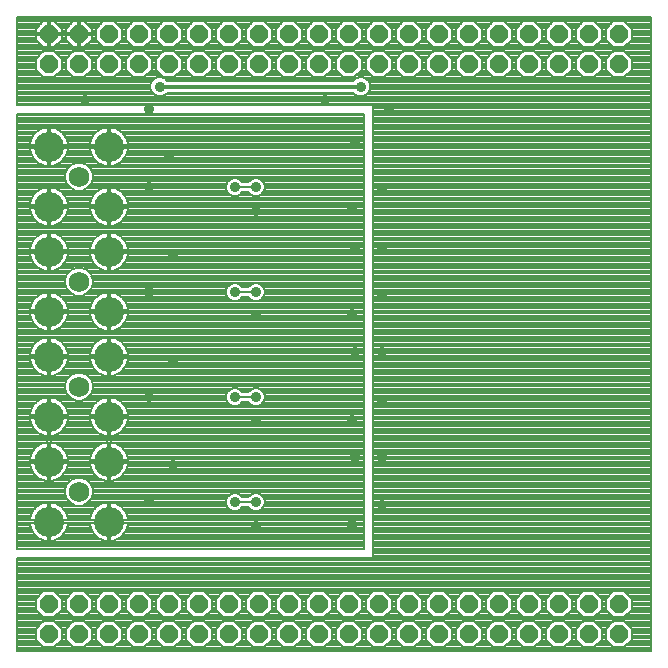
<source format=gbl>
G75*
G70*
%OFA0B0*%
%FSLAX24Y24*%
%IPPOS*%
%LPD*%
%AMOC8*
5,1,8,0,0,1.08239X$1,22.5*
%
%ADD10C,0.1005*%
%ADD11C,0.0690*%
%ADD12OC8,0.0600*%
%ADD13C,0.0080*%
%ADD14C,0.0357*%
%ADD15C,0.0120*%
D10*
X002090Y005040D03*
X004090Y005040D03*
X004090Y007040D03*
X004090Y008540D03*
X002090Y008540D03*
X002090Y007040D03*
X002090Y010540D03*
X002090Y012040D03*
X004090Y012040D03*
X004090Y010540D03*
X004090Y014040D03*
X004090Y015540D03*
X002090Y015540D03*
X002090Y014040D03*
X002090Y017540D03*
X004090Y017540D03*
D11*
X003090Y016540D03*
X003090Y013040D03*
X003090Y009540D03*
X003090Y006040D03*
D12*
X003090Y002290D03*
X002090Y002290D03*
X002090Y001290D03*
X003090Y001290D03*
X004090Y001290D03*
X004090Y002290D03*
X005090Y002290D03*
X006090Y002290D03*
X006090Y001290D03*
X005090Y001290D03*
X007090Y001290D03*
X008090Y001290D03*
X009090Y001290D03*
X009090Y002290D03*
X008090Y002290D03*
X007090Y002290D03*
X010090Y002290D03*
X011090Y002290D03*
X012090Y002290D03*
X012090Y001290D03*
X011090Y001290D03*
X010090Y001290D03*
X013090Y001290D03*
X014090Y001290D03*
X014090Y002290D03*
X013090Y002290D03*
X015090Y002290D03*
X016090Y002290D03*
X017090Y002290D03*
X017090Y001290D03*
X016090Y001290D03*
X015090Y001290D03*
X018090Y001290D03*
X019090Y001290D03*
X020090Y001290D03*
X020090Y002290D03*
X019090Y002290D03*
X018090Y002290D03*
X021090Y002290D03*
X021090Y001290D03*
X021090Y020290D03*
X021090Y021290D03*
X020090Y021290D03*
X020090Y020290D03*
X019090Y020290D03*
X019090Y021290D03*
X018090Y021290D03*
X018090Y020290D03*
X017090Y020290D03*
X017090Y021290D03*
X016090Y021290D03*
X016090Y020290D03*
X015090Y020290D03*
X015090Y021290D03*
X014090Y021290D03*
X014090Y020290D03*
X013090Y020290D03*
X013090Y021290D03*
X012090Y021290D03*
X012090Y020290D03*
X011090Y020290D03*
X011090Y021290D03*
X010090Y021290D03*
X010090Y020290D03*
X009090Y020290D03*
X009090Y021290D03*
X008090Y021290D03*
X008090Y020290D03*
X007090Y020290D03*
X007090Y021290D03*
X006090Y021290D03*
X006090Y020290D03*
X005090Y020290D03*
X005090Y021290D03*
X004090Y021290D03*
X004090Y020290D03*
X003090Y020290D03*
X003090Y021290D03*
X002090Y021290D03*
X002090Y020290D03*
D13*
X001030Y003840D02*
X001030Y000730D01*
X022150Y000730D01*
X022150Y021850D01*
X001030Y021850D01*
X001030Y018940D01*
X012890Y018940D01*
X012890Y003840D01*
X001030Y003840D01*
X001030Y003823D02*
X022150Y003823D01*
X022150Y003901D02*
X012890Y003901D01*
X012890Y003980D02*
X022150Y003980D01*
X022150Y004058D02*
X012890Y004058D01*
X012890Y004137D02*
X022150Y004137D01*
X022150Y004215D02*
X012890Y004215D01*
X012890Y004294D02*
X022150Y004294D01*
X022150Y004372D02*
X012890Y004372D01*
X012890Y004451D02*
X022150Y004451D01*
X022150Y004529D02*
X012890Y004529D01*
X012890Y004608D02*
X022150Y004608D01*
X022150Y004686D02*
X012890Y004686D01*
X012890Y004765D02*
X022150Y004765D01*
X022150Y004843D02*
X012890Y004843D01*
X012890Y004922D02*
X022150Y004922D01*
X022150Y005000D02*
X012890Y005000D01*
X012890Y005079D02*
X022150Y005079D01*
X022150Y005157D02*
X012890Y005157D01*
X012890Y005236D02*
X022150Y005236D01*
X022150Y005314D02*
X012890Y005314D01*
X012890Y005393D02*
X022150Y005393D01*
X022150Y005471D02*
X012890Y005471D01*
X012890Y005550D02*
X022150Y005550D01*
X022150Y005628D02*
X012890Y005628D01*
X012890Y005707D02*
X022150Y005707D01*
X022150Y005785D02*
X012890Y005785D01*
X012890Y005864D02*
X022150Y005864D01*
X022150Y005942D02*
X012890Y005942D01*
X012890Y006021D02*
X022150Y006021D01*
X022150Y006099D02*
X012890Y006099D01*
X012890Y006178D02*
X022150Y006178D01*
X022150Y006256D02*
X012890Y006256D01*
X012890Y006335D02*
X022150Y006335D01*
X022150Y006413D02*
X012890Y006413D01*
X012890Y006492D02*
X022150Y006492D01*
X022150Y006570D02*
X012890Y006570D01*
X012890Y006649D02*
X022150Y006649D01*
X022150Y006727D02*
X012890Y006727D01*
X012890Y006806D02*
X022150Y006806D01*
X022150Y006884D02*
X012890Y006884D01*
X012890Y006963D02*
X022150Y006963D01*
X022150Y007041D02*
X012890Y007041D01*
X012890Y007120D02*
X022150Y007120D01*
X022150Y007198D02*
X012890Y007198D01*
X012890Y007277D02*
X022150Y007277D01*
X022150Y007355D02*
X012890Y007355D01*
X012890Y007434D02*
X022150Y007434D01*
X022150Y007512D02*
X012890Y007512D01*
X012890Y007591D02*
X022150Y007591D01*
X022150Y007669D02*
X012890Y007669D01*
X012890Y007748D02*
X022150Y007748D01*
X022150Y007826D02*
X012890Y007826D01*
X012890Y007905D02*
X022150Y007905D01*
X022150Y007983D02*
X012890Y007983D01*
X012890Y008062D02*
X022150Y008062D01*
X022150Y008140D02*
X012890Y008140D01*
X012890Y008219D02*
X022150Y008219D01*
X022150Y008297D02*
X012890Y008297D01*
X012890Y008376D02*
X022150Y008376D01*
X022150Y008454D02*
X012890Y008454D01*
X012890Y008533D02*
X022150Y008533D01*
X022150Y008611D02*
X012890Y008611D01*
X012890Y008690D02*
X022150Y008690D01*
X022150Y008768D02*
X012890Y008768D01*
X012890Y008847D02*
X022150Y008847D01*
X022150Y008925D02*
X012890Y008925D01*
X012890Y009004D02*
X022150Y009004D01*
X022150Y009082D02*
X012890Y009082D01*
X012890Y009161D02*
X022150Y009161D01*
X022150Y009239D02*
X012890Y009239D01*
X012890Y009318D02*
X022150Y009318D01*
X022150Y009396D02*
X012890Y009396D01*
X012890Y009475D02*
X022150Y009475D01*
X022150Y009553D02*
X012890Y009553D01*
X012890Y009632D02*
X022150Y009632D01*
X022150Y009710D02*
X012890Y009710D01*
X012890Y009789D02*
X022150Y009789D01*
X022150Y009867D02*
X012890Y009867D01*
X012890Y009946D02*
X022150Y009946D01*
X022150Y010024D02*
X012890Y010024D01*
X012890Y010103D02*
X022150Y010103D01*
X022150Y010181D02*
X012890Y010181D01*
X012890Y010260D02*
X022150Y010260D01*
X022150Y010338D02*
X012890Y010338D01*
X012890Y010417D02*
X022150Y010417D01*
X022150Y010495D02*
X012890Y010495D01*
X012890Y010574D02*
X022150Y010574D01*
X022150Y010652D02*
X012890Y010652D01*
X012890Y010731D02*
X022150Y010731D01*
X022150Y010809D02*
X012890Y010809D01*
X012890Y010888D02*
X022150Y010888D01*
X022150Y010966D02*
X012890Y010966D01*
X012890Y011045D02*
X022150Y011045D01*
X022150Y011123D02*
X012890Y011123D01*
X012890Y011202D02*
X022150Y011202D01*
X022150Y011280D02*
X012890Y011280D01*
X012890Y011359D02*
X022150Y011359D01*
X022150Y011437D02*
X012890Y011437D01*
X012890Y011516D02*
X022150Y011516D01*
X022150Y011594D02*
X012890Y011594D01*
X012890Y011673D02*
X022150Y011673D01*
X022150Y011751D02*
X012890Y011751D01*
X012890Y011830D02*
X022150Y011830D01*
X022150Y011908D02*
X012890Y011908D01*
X012890Y011987D02*
X022150Y011987D01*
X022150Y012065D02*
X012890Y012065D01*
X012890Y012144D02*
X022150Y012144D01*
X022150Y012222D02*
X012890Y012222D01*
X012890Y012301D02*
X022150Y012301D01*
X022150Y012379D02*
X012890Y012379D01*
X012890Y012458D02*
X022150Y012458D01*
X022150Y012536D02*
X012890Y012536D01*
X012890Y012615D02*
X022150Y012615D01*
X022150Y012693D02*
X012890Y012693D01*
X012890Y012772D02*
X022150Y012772D01*
X022150Y012850D02*
X012890Y012850D01*
X012890Y012929D02*
X022150Y012929D01*
X022150Y013007D02*
X012890Y013007D01*
X012890Y013086D02*
X022150Y013086D01*
X022150Y013164D02*
X012890Y013164D01*
X012890Y013243D02*
X022150Y013243D01*
X022150Y013321D02*
X012890Y013321D01*
X012890Y013400D02*
X022150Y013400D01*
X022150Y013478D02*
X012890Y013478D01*
X012890Y013557D02*
X022150Y013557D01*
X022150Y013635D02*
X012890Y013635D01*
X012890Y013714D02*
X022150Y013714D01*
X022150Y013792D02*
X012890Y013792D01*
X012890Y013871D02*
X022150Y013871D01*
X022150Y013949D02*
X012890Y013949D01*
X012890Y014028D02*
X022150Y014028D01*
X022150Y014106D02*
X012890Y014106D01*
X012890Y014185D02*
X022150Y014185D01*
X022150Y014263D02*
X012890Y014263D01*
X012890Y014342D02*
X022150Y014342D01*
X022150Y014420D02*
X012890Y014420D01*
X012890Y014499D02*
X022150Y014499D01*
X022150Y014577D02*
X012890Y014577D01*
X012890Y014656D02*
X022150Y014656D01*
X022150Y014734D02*
X012890Y014734D01*
X012890Y014813D02*
X022150Y014813D01*
X022150Y014891D02*
X012890Y014891D01*
X012890Y014970D02*
X022150Y014970D01*
X022150Y015048D02*
X012890Y015048D01*
X012890Y015127D02*
X022150Y015127D01*
X022150Y015205D02*
X012890Y015205D01*
X012890Y015284D02*
X022150Y015284D01*
X022150Y015362D02*
X012890Y015362D01*
X012890Y015441D02*
X022150Y015441D01*
X022150Y015519D02*
X012890Y015519D01*
X012890Y015598D02*
X022150Y015598D01*
X022150Y015676D02*
X012890Y015676D01*
X012890Y015755D02*
X022150Y015755D01*
X022150Y015833D02*
X012890Y015833D01*
X012890Y015912D02*
X022150Y015912D01*
X022150Y015990D02*
X012890Y015990D01*
X012890Y016069D02*
X022150Y016069D01*
X022150Y016147D02*
X012890Y016147D01*
X012890Y016226D02*
X022150Y016226D01*
X022150Y016304D02*
X012890Y016304D01*
X012890Y016383D02*
X022150Y016383D01*
X022150Y016461D02*
X012890Y016461D01*
X012890Y016540D02*
X022150Y016540D01*
X022150Y016618D02*
X012890Y016618D01*
X012890Y016697D02*
X022150Y016697D01*
X022150Y016775D02*
X012890Y016775D01*
X012890Y016854D02*
X022150Y016854D01*
X022150Y016932D02*
X012890Y016932D01*
X012890Y017011D02*
X022150Y017011D01*
X022150Y017089D02*
X012890Y017089D01*
X012890Y017168D02*
X022150Y017168D01*
X022150Y017246D02*
X012890Y017246D01*
X012890Y017325D02*
X022150Y017325D01*
X022150Y017403D02*
X012890Y017403D01*
X012890Y017482D02*
X022150Y017482D01*
X022150Y017560D02*
X012890Y017560D01*
X012890Y017639D02*
X022150Y017639D01*
X022150Y017717D02*
X012890Y017717D01*
X012890Y017796D02*
X022150Y017796D01*
X022150Y017874D02*
X012890Y017874D01*
X012890Y017953D02*
X022150Y017953D01*
X022150Y018031D02*
X012890Y018031D01*
X012890Y018110D02*
X022150Y018110D01*
X022150Y018188D02*
X012890Y018188D01*
X012890Y018267D02*
X022150Y018267D01*
X022150Y018345D02*
X012890Y018345D01*
X012890Y018424D02*
X022150Y018424D01*
X022150Y018502D02*
X012890Y018502D01*
X012890Y018581D02*
X022150Y018581D01*
X022150Y018659D02*
X012890Y018659D01*
X012890Y018738D02*
X022150Y018738D01*
X022150Y018816D02*
X012890Y018816D01*
X012890Y018895D02*
X022150Y018895D01*
X022150Y018973D02*
X001030Y018973D01*
X001030Y019052D02*
X022150Y019052D01*
X022150Y019130D02*
X001030Y019130D01*
X001030Y019209D02*
X022150Y019209D01*
X022150Y019287D02*
X012687Y019287D01*
X012665Y019265D02*
X012754Y019354D01*
X012803Y019471D01*
X012803Y019598D01*
X012754Y019715D01*
X012665Y019804D01*
X012548Y019853D01*
X012421Y019853D01*
X012304Y019804D01*
X012240Y019740D01*
X006040Y019740D01*
X005970Y019810D01*
X005853Y019858D01*
X005727Y019858D01*
X005610Y019810D01*
X005520Y019720D01*
X005472Y019603D01*
X005472Y019477D01*
X005520Y019360D01*
X005610Y019270D01*
X005727Y019222D01*
X005853Y019222D01*
X005970Y019270D01*
X006040Y019340D01*
X012229Y019340D01*
X012304Y019265D01*
X012421Y019216D01*
X012548Y019216D01*
X012665Y019265D01*
X012759Y019366D02*
X022150Y019366D01*
X022150Y019444D02*
X012792Y019444D01*
X012803Y019523D02*
X022150Y019523D01*
X022150Y019601D02*
X012802Y019601D01*
X012769Y019680D02*
X022150Y019680D01*
X022150Y019758D02*
X012711Y019758D01*
X012587Y019837D02*
X022150Y019837D01*
X022150Y019915D02*
X021337Y019915D01*
X021272Y019850D02*
X021530Y020108D01*
X021530Y020472D01*
X021272Y020730D01*
X020908Y020730D01*
X020650Y020472D01*
X020650Y020108D01*
X020908Y019850D01*
X021272Y019850D01*
X021416Y019994D02*
X022150Y019994D01*
X022150Y020072D02*
X021494Y020072D01*
X021530Y020151D02*
X022150Y020151D01*
X022150Y020229D02*
X021530Y020229D01*
X021530Y020308D02*
X022150Y020308D01*
X022150Y020386D02*
X021530Y020386D01*
X021530Y020465D02*
X022150Y020465D01*
X022150Y020543D02*
X021459Y020543D01*
X021381Y020622D02*
X022150Y020622D01*
X022150Y020700D02*
X021302Y020700D01*
X021272Y020850D02*
X021530Y021108D01*
X021530Y021472D01*
X021272Y021730D01*
X020908Y021730D01*
X020650Y021472D01*
X020650Y021108D01*
X020908Y020850D01*
X021272Y020850D01*
X021279Y020857D02*
X022150Y020857D01*
X022150Y020779D02*
X001030Y020779D01*
X001030Y020857D02*
X001901Y020857D01*
X001908Y020850D02*
X002050Y020850D01*
X002050Y021250D01*
X002130Y021250D01*
X002130Y021330D01*
X002530Y021330D01*
X002530Y021472D01*
X002272Y021730D01*
X002130Y021730D01*
X002130Y021330D01*
X002050Y021330D01*
X002050Y021730D01*
X001908Y021730D01*
X001650Y021472D01*
X001650Y021330D01*
X002050Y021330D01*
X002050Y021250D01*
X001650Y021250D01*
X001650Y021108D01*
X001908Y020850D01*
X001908Y020730D02*
X001650Y020472D01*
X001650Y020108D01*
X001908Y019850D01*
X002272Y019850D01*
X002530Y020108D01*
X002530Y020472D01*
X002272Y020730D01*
X001908Y020730D01*
X001878Y020700D02*
X001030Y020700D01*
X001030Y020622D02*
X001799Y020622D01*
X001721Y020543D02*
X001030Y020543D01*
X001030Y020465D02*
X001650Y020465D01*
X001650Y020386D02*
X001030Y020386D01*
X001030Y020308D02*
X001650Y020308D01*
X001650Y020229D02*
X001030Y020229D01*
X001030Y020151D02*
X001650Y020151D01*
X001686Y020072D02*
X001030Y020072D01*
X001030Y019994D02*
X001764Y019994D01*
X001843Y019915D02*
X001030Y019915D01*
X001030Y019837D02*
X005674Y019837D01*
X005558Y019758D02*
X001030Y019758D01*
X001030Y019680D02*
X005503Y019680D01*
X005472Y019601D02*
X001030Y019601D01*
X001030Y019523D02*
X005472Y019523D01*
X005485Y019444D02*
X001030Y019444D01*
X001030Y019366D02*
X005518Y019366D01*
X005593Y019287D02*
X001030Y019287D01*
X001030Y018640D02*
X012590Y018640D01*
X012590Y004140D01*
X001030Y004140D01*
X001030Y018640D01*
X001030Y018581D02*
X012590Y018581D01*
X012590Y018502D02*
X001030Y018502D01*
X001030Y018424D02*
X012590Y018424D01*
X012590Y018345D02*
X001030Y018345D01*
X001030Y018267D02*
X012590Y018267D01*
X012590Y018188D02*
X001030Y018188D01*
X001030Y018110D02*
X001792Y018110D01*
X001805Y018117D02*
X001732Y018075D01*
X001665Y018024D01*
X001606Y017965D01*
X001555Y017898D01*
X001513Y017825D01*
X001480Y017747D01*
X001458Y017666D01*
X001448Y017582D01*
X001448Y017580D01*
X002050Y017580D01*
X002050Y018182D01*
X002048Y018182D01*
X001964Y018172D01*
X001883Y018150D01*
X001805Y018117D01*
X001675Y018031D02*
X001030Y018031D01*
X001030Y017953D02*
X001597Y017953D01*
X001541Y017874D02*
X001030Y017874D01*
X001030Y017796D02*
X001500Y017796D01*
X001472Y017717D02*
X001030Y017717D01*
X001030Y017639D02*
X001455Y017639D01*
X001448Y017500D02*
X001448Y017498D01*
X001458Y017414D01*
X001480Y017333D01*
X001513Y017255D01*
X001555Y017182D01*
X001606Y017115D01*
X001665Y017056D01*
X001732Y017005D01*
X001805Y016963D01*
X001883Y016930D01*
X001964Y016908D01*
X002048Y016898D01*
X002050Y016898D01*
X002050Y017500D01*
X002130Y017500D01*
X002130Y017580D01*
X002732Y017580D01*
X002732Y017582D01*
X002722Y017666D01*
X002700Y017747D01*
X002667Y017825D01*
X002625Y017898D01*
X002574Y017965D01*
X002515Y018024D01*
X002448Y018075D01*
X002375Y018117D01*
X002297Y018150D01*
X002216Y018172D01*
X002132Y018182D01*
X002130Y018182D01*
X002130Y017580D01*
X002050Y017580D01*
X002050Y017500D01*
X001448Y017500D01*
X001450Y017482D02*
X001030Y017482D01*
X001030Y017560D02*
X002050Y017560D01*
X002050Y017482D02*
X002130Y017482D01*
X002130Y017500D02*
X002130Y016898D01*
X002132Y016898D01*
X002216Y016908D01*
X002297Y016930D01*
X002375Y016963D01*
X002448Y017005D01*
X002515Y017056D01*
X002574Y017115D01*
X002625Y017182D01*
X002667Y017255D01*
X002700Y017333D01*
X002722Y017414D01*
X002732Y017498D01*
X002732Y017500D01*
X002130Y017500D01*
X002130Y017560D02*
X004050Y017560D01*
X004050Y017580D02*
X004050Y017500D01*
X004130Y017500D01*
X004130Y017580D01*
X004732Y017580D01*
X004732Y017582D01*
X004722Y017666D01*
X004700Y017747D01*
X004667Y017825D01*
X004625Y017898D01*
X004574Y017965D01*
X004515Y018024D01*
X004448Y018075D01*
X004375Y018117D01*
X004297Y018150D01*
X004216Y018172D01*
X004132Y018182D01*
X004130Y018182D01*
X004130Y017580D01*
X004050Y017580D01*
X004050Y018182D01*
X004048Y018182D01*
X003964Y018172D01*
X003883Y018150D01*
X003805Y018117D01*
X003732Y018075D01*
X003665Y018024D01*
X003606Y017965D01*
X003555Y017898D01*
X003513Y017825D01*
X003480Y017747D01*
X003458Y017666D01*
X003448Y017582D01*
X003448Y017580D01*
X004050Y017580D01*
X004050Y017639D02*
X004130Y017639D01*
X004130Y017717D02*
X004050Y017717D01*
X004050Y017796D02*
X004130Y017796D01*
X004130Y017874D02*
X004050Y017874D01*
X004050Y017953D02*
X004130Y017953D01*
X004130Y018031D02*
X004050Y018031D01*
X004050Y018110D02*
X004130Y018110D01*
X004388Y018110D02*
X012590Y018110D01*
X012590Y018031D02*
X004505Y018031D01*
X004583Y017953D02*
X012590Y017953D01*
X012590Y017874D02*
X004639Y017874D01*
X004680Y017796D02*
X012590Y017796D01*
X012590Y017717D02*
X004708Y017717D01*
X004725Y017639D02*
X012590Y017639D01*
X012590Y017560D02*
X004130Y017560D01*
X004130Y017500D02*
X004732Y017500D01*
X004732Y017498D01*
X004722Y017414D01*
X004700Y017333D01*
X004667Y017255D01*
X004625Y017182D01*
X004574Y017115D01*
X004515Y017056D01*
X004448Y017005D01*
X004375Y016963D01*
X004297Y016930D01*
X004216Y016908D01*
X004132Y016898D01*
X004130Y016898D01*
X004130Y017500D01*
X004130Y017482D02*
X004050Y017482D01*
X004050Y017500D02*
X004050Y016898D01*
X004048Y016898D01*
X003964Y016908D01*
X003883Y016930D01*
X003805Y016963D01*
X003732Y017005D01*
X003665Y017056D01*
X003606Y017115D01*
X003555Y017182D01*
X003513Y017255D01*
X003480Y017333D01*
X003458Y017414D01*
X003448Y017498D01*
X003448Y017500D01*
X004050Y017500D01*
X004050Y017403D02*
X004130Y017403D01*
X004130Y017325D02*
X004050Y017325D01*
X004050Y017246D02*
X004130Y017246D01*
X004130Y017168D02*
X004050Y017168D01*
X004050Y017089D02*
X004130Y017089D01*
X004130Y017011D02*
X004050Y017011D01*
X004050Y016932D02*
X004130Y016932D01*
X004301Y016932D02*
X012590Y016932D01*
X012590Y016854D02*
X003434Y016854D01*
X003484Y016803D02*
X003353Y016934D01*
X003182Y017005D01*
X002998Y017005D01*
X002827Y016934D01*
X002696Y016803D01*
X002625Y016632D01*
X002625Y016448D01*
X002696Y016277D01*
X002827Y016146D01*
X002998Y016075D01*
X003182Y016075D01*
X003353Y016146D01*
X003484Y016277D01*
X003555Y016448D01*
X003555Y016632D01*
X003484Y016803D01*
X003496Y016775D02*
X012590Y016775D01*
X012590Y016697D02*
X003528Y016697D01*
X003555Y016618D02*
X012590Y016618D01*
X012590Y016540D02*
X003555Y016540D01*
X003555Y016461D02*
X008165Y016461D01*
X008121Y016443D02*
X008037Y016359D01*
X007992Y016249D01*
X007992Y016131D01*
X008037Y016021D01*
X008121Y015937D01*
X008231Y015892D01*
X008349Y015892D01*
X008459Y015937D01*
X008543Y016021D01*
X008547Y016030D01*
X008733Y016030D01*
X008737Y016021D01*
X008821Y015937D01*
X008931Y015892D01*
X009049Y015892D01*
X009159Y015937D01*
X009243Y016021D01*
X009288Y016131D01*
X009288Y016249D01*
X009243Y016359D01*
X009159Y016443D01*
X009049Y016488D01*
X008931Y016488D01*
X008821Y016443D01*
X008737Y016359D01*
X008733Y016350D01*
X008547Y016350D01*
X008543Y016359D01*
X008459Y016443D01*
X008349Y016488D01*
X008231Y016488D01*
X008121Y016443D01*
X008061Y016383D02*
X003528Y016383D01*
X003496Y016304D02*
X008014Y016304D01*
X007992Y016226D02*
X003433Y016226D01*
X003355Y016147D02*
X003877Y016147D01*
X003883Y016150D02*
X003805Y016117D01*
X003732Y016075D01*
X003665Y016024D01*
X003606Y015965D01*
X003555Y015898D01*
X003513Y015825D01*
X003480Y015747D01*
X003458Y015666D01*
X003448Y015582D01*
X003448Y015580D01*
X004050Y015580D01*
X004050Y016182D01*
X004048Y016182D01*
X003964Y016172D01*
X003883Y016150D01*
X004050Y016147D02*
X004130Y016147D01*
X004132Y016182D02*
X004130Y016182D01*
X004130Y015580D01*
X004732Y015580D01*
X004732Y015582D01*
X004722Y015666D01*
X004700Y015747D01*
X004667Y015825D01*
X004625Y015898D01*
X004574Y015965D01*
X004515Y016024D01*
X004448Y016075D01*
X004375Y016117D01*
X004297Y016150D01*
X004216Y016172D01*
X004132Y016182D01*
X004130Y016069D02*
X004050Y016069D01*
X004050Y015990D02*
X004130Y015990D01*
X004130Y015912D02*
X004050Y015912D01*
X004050Y015833D02*
X004130Y015833D01*
X004130Y015755D02*
X004050Y015755D01*
X004050Y015676D02*
X004130Y015676D01*
X004130Y015598D02*
X004050Y015598D01*
X004050Y015580D02*
X004130Y015580D01*
X004130Y015500D01*
X004732Y015500D01*
X004732Y015498D01*
X004722Y015414D01*
X004700Y015333D01*
X004667Y015255D01*
X004625Y015182D01*
X004574Y015115D01*
X004515Y015056D01*
X004448Y015005D01*
X004375Y014963D01*
X004297Y014930D01*
X004216Y014908D01*
X004132Y014898D01*
X004130Y014898D01*
X004130Y015500D01*
X004050Y015500D01*
X004050Y014898D01*
X004048Y014898D01*
X003964Y014908D01*
X003883Y014930D01*
X003805Y014963D01*
X003732Y015005D01*
X003665Y015056D01*
X003606Y015115D01*
X003555Y015182D01*
X003513Y015255D01*
X003480Y015333D01*
X003458Y015414D01*
X003448Y015498D01*
X003448Y015500D01*
X004050Y015500D01*
X004050Y015580D01*
X004050Y015519D02*
X002130Y015519D01*
X002130Y015500D02*
X002130Y015580D01*
X002732Y015580D01*
X002732Y015582D01*
X002722Y015666D01*
X002700Y015747D01*
X002667Y015825D01*
X002625Y015898D01*
X002574Y015965D01*
X002515Y016024D01*
X002448Y016075D01*
X002375Y016117D01*
X002297Y016150D01*
X002216Y016172D01*
X002132Y016182D01*
X002130Y016182D01*
X002130Y015580D01*
X002050Y015580D01*
X002050Y016182D01*
X002048Y016182D01*
X001964Y016172D01*
X001883Y016150D01*
X001805Y016117D01*
X001732Y016075D01*
X001665Y016024D01*
X001606Y015965D01*
X001555Y015898D01*
X001513Y015825D01*
X001480Y015747D01*
X001458Y015666D01*
X001448Y015582D01*
X001448Y015580D01*
X002050Y015580D01*
X002050Y015500D01*
X002130Y015500D01*
X002732Y015500D01*
X002732Y015498D01*
X002722Y015414D01*
X002700Y015333D01*
X002667Y015255D01*
X002625Y015182D01*
X002574Y015115D01*
X002515Y015056D01*
X002448Y015005D01*
X002375Y014963D01*
X002297Y014930D01*
X002216Y014908D01*
X002132Y014898D01*
X002130Y014898D01*
X002130Y015500D01*
X002130Y015441D02*
X002050Y015441D01*
X002050Y015500D02*
X002050Y014898D01*
X002048Y014898D01*
X001964Y014908D01*
X001883Y014930D01*
X001805Y014963D01*
X001732Y015005D01*
X001665Y015056D01*
X001606Y015115D01*
X001555Y015182D01*
X001513Y015255D01*
X001480Y015333D01*
X001458Y015414D01*
X001448Y015498D01*
X001448Y015500D01*
X002050Y015500D01*
X002050Y015519D02*
X001030Y015519D01*
X001030Y015441D02*
X001455Y015441D01*
X001473Y015362D02*
X001030Y015362D01*
X001030Y015284D02*
X001501Y015284D01*
X001541Y015205D02*
X001030Y015205D01*
X001030Y015127D02*
X001597Y015127D01*
X001676Y015048D02*
X001030Y015048D01*
X001030Y014970D02*
X001793Y014970D01*
X002050Y014970D02*
X002130Y014970D01*
X002130Y015048D02*
X002050Y015048D01*
X002050Y015127D02*
X002130Y015127D01*
X002130Y015205D02*
X002050Y015205D01*
X002050Y015284D02*
X002130Y015284D01*
X002130Y015362D02*
X002050Y015362D01*
X002050Y015598D02*
X002130Y015598D01*
X002130Y015676D02*
X002050Y015676D01*
X002050Y015755D02*
X002130Y015755D01*
X002130Y015833D02*
X002050Y015833D01*
X002050Y015912D02*
X002130Y015912D01*
X002130Y015990D02*
X002050Y015990D01*
X002050Y016069D02*
X002130Y016069D01*
X002130Y016147D02*
X002050Y016147D01*
X001877Y016147D02*
X001030Y016147D01*
X001030Y016069D02*
X001723Y016069D01*
X001631Y015990D02*
X001030Y015990D01*
X001030Y015912D02*
X001565Y015912D01*
X001517Y015833D02*
X001030Y015833D01*
X001030Y015755D02*
X001483Y015755D01*
X001461Y015676D02*
X001030Y015676D01*
X001030Y015598D02*
X001450Y015598D01*
X001030Y016226D02*
X002747Y016226D01*
X002684Y016304D02*
X001030Y016304D01*
X001030Y016383D02*
X002652Y016383D01*
X002625Y016461D02*
X001030Y016461D01*
X001030Y016540D02*
X002625Y016540D01*
X002625Y016618D02*
X001030Y016618D01*
X001030Y016697D02*
X002652Y016697D01*
X002684Y016775D02*
X001030Y016775D01*
X001030Y016854D02*
X002746Y016854D01*
X002824Y016932D02*
X002301Y016932D01*
X002130Y016932D02*
X002050Y016932D01*
X002050Y017011D02*
X002130Y017011D01*
X002130Y017089D02*
X002050Y017089D01*
X002050Y017168D02*
X002130Y017168D01*
X002130Y017246D02*
X002050Y017246D01*
X002050Y017325D02*
X002130Y017325D01*
X002130Y017403D02*
X002050Y017403D01*
X002050Y017639D02*
X002130Y017639D01*
X002130Y017717D02*
X002050Y017717D01*
X002050Y017796D02*
X002130Y017796D01*
X002130Y017874D02*
X002050Y017874D01*
X002050Y017953D02*
X002130Y017953D01*
X002130Y018031D02*
X002050Y018031D01*
X002050Y018110D02*
X002130Y018110D01*
X002388Y018110D02*
X003792Y018110D01*
X003675Y018031D02*
X002505Y018031D01*
X002583Y017953D02*
X003597Y017953D01*
X003541Y017874D02*
X002639Y017874D01*
X002680Y017796D02*
X003500Y017796D01*
X003472Y017717D02*
X002708Y017717D01*
X002725Y017639D02*
X003455Y017639D01*
X003450Y017482D02*
X002730Y017482D01*
X002718Y017403D02*
X003462Y017403D01*
X003484Y017325D02*
X002696Y017325D01*
X002662Y017246D02*
X003518Y017246D01*
X003566Y017168D02*
X002614Y017168D01*
X002548Y017089D02*
X003632Y017089D01*
X003725Y017011D02*
X002455Y017011D01*
X001879Y016932D02*
X001030Y016932D01*
X001030Y017011D02*
X001725Y017011D01*
X001632Y017089D02*
X001030Y017089D01*
X001030Y017168D02*
X001566Y017168D01*
X001518Y017246D02*
X001030Y017246D01*
X001030Y017325D02*
X001484Y017325D01*
X001462Y017403D02*
X001030Y017403D01*
X002303Y016147D02*
X002825Y016147D01*
X002615Y015912D02*
X003565Y015912D01*
X003517Y015833D02*
X002663Y015833D01*
X002697Y015755D02*
X003483Y015755D01*
X003461Y015676D02*
X002719Y015676D01*
X002730Y015598D02*
X003450Y015598D01*
X003455Y015441D02*
X002725Y015441D01*
X002707Y015362D02*
X003473Y015362D01*
X003501Y015284D02*
X002679Y015284D01*
X002639Y015205D02*
X003541Y015205D01*
X003597Y015127D02*
X002583Y015127D01*
X002504Y015048D02*
X003676Y015048D01*
X003793Y014970D02*
X002387Y014970D01*
X002297Y014650D02*
X002216Y014672D01*
X002132Y014682D01*
X002130Y014682D01*
X002130Y014080D01*
X002732Y014080D01*
X002732Y014082D01*
X002722Y014166D01*
X002700Y014247D01*
X002667Y014325D01*
X002625Y014398D01*
X002574Y014465D01*
X002515Y014524D01*
X002448Y014575D01*
X002375Y014617D01*
X002297Y014650D01*
X002275Y014656D02*
X003905Y014656D01*
X003883Y014650D02*
X003805Y014617D01*
X003732Y014575D01*
X003665Y014524D01*
X003606Y014465D01*
X003555Y014398D01*
X003513Y014325D01*
X003480Y014247D01*
X003458Y014166D01*
X003448Y014082D01*
X003448Y014080D01*
X004050Y014080D01*
X004050Y014682D01*
X004048Y014682D01*
X003964Y014672D01*
X003883Y014650D01*
X003735Y014577D02*
X002445Y014577D01*
X002540Y014499D02*
X003640Y014499D01*
X003572Y014420D02*
X002608Y014420D01*
X002658Y014342D02*
X003522Y014342D01*
X003487Y014263D02*
X002693Y014263D01*
X002716Y014185D02*
X003464Y014185D01*
X003451Y014106D02*
X002729Y014106D01*
X002732Y014000D02*
X002130Y014000D01*
X002130Y014080D01*
X002050Y014080D01*
X002050Y014682D01*
X002048Y014682D01*
X001964Y014672D01*
X001883Y014650D01*
X001805Y014617D01*
X001732Y014575D01*
X001665Y014524D01*
X001606Y014465D01*
X001555Y014398D01*
X001513Y014325D01*
X001480Y014247D01*
X001458Y014166D01*
X001448Y014082D01*
X001448Y014080D01*
X002050Y014080D01*
X002050Y014000D01*
X002130Y014000D01*
X002130Y013398D01*
X002132Y013398D01*
X002216Y013408D01*
X002297Y013430D01*
X002375Y013463D01*
X002448Y013505D01*
X002515Y013556D01*
X002574Y013615D01*
X002625Y013682D01*
X002667Y013755D01*
X002700Y013833D01*
X002722Y013914D01*
X002732Y013998D01*
X002732Y014000D01*
X002726Y013949D02*
X003454Y013949D01*
X003458Y013914D02*
X003480Y013833D01*
X003513Y013755D01*
X003555Y013682D01*
X003606Y013615D01*
X003665Y013556D01*
X003732Y013505D01*
X003805Y013463D01*
X003883Y013430D01*
X003964Y013408D01*
X004048Y013398D01*
X004050Y013398D01*
X004050Y014000D01*
X004130Y014000D01*
X004130Y014080D01*
X004732Y014080D01*
X004732Y014082D01*
X004722Y014166D01*
X004700Y014247D01*
X004667Y014325D01*
X004625Y014398D01*
X004574Y014465D01*
X004515Y014524D01*
X004448Y014575D01*
X004375Y014617D01*
X004297Y014650D01*
X004216Y014672D01*
X004132Y014682D01*
X004130Y014682D01*
X004130Y014080D01*
X004050Y014080D01*
X004050Y014000D01*
X003448Y014000D01*
X003448Y013998D01*
X003458Y013914D01*
X003470Y013871D02*
X002710Y013871D01*
X002683Y013792D02*
X003497Y013792D01*
X003537Y013714D02*
X002643Y013714D01*
X002589Y013635D02*
X003591Y013635D01*
X003665Y013557D02*
X002515Y013557D01*
X002402Y013478D02*
X002932Y013478D01*
X002998Y013505D02*
X002827Y013434D01*
X002696Y013303D01*
X002625Y013132D01*
X002625Y012948D01*
X002696Y012777D01*
X002827Y012646D01*
X002998Y012575D01*
X003182Y012575D01*
X003353Y012646D01*
X003484Y012777D01*
X003555Y012948D01*
X003555Y013132D01*
X003484Y013303D01*
X003353Y013434D01*
X003182Y013505D01*
X002998Y013505D01*
X002792Y013400D02*
X002148Y013400D01*
X002130Y013400D02*
X002050Y013400D01*
X002050Y013398D02*
X002050Y014000D01*
X001448Y014000D01*
X001448Y013998D01*
X001458Y013914D01*
X001480Y013833D01*
X001513Y013755D01*
X001555Y013682D01*
X001606Y013615D01*
X001665Y013556D01*
X001732Y013505D01*
X001805Y013463D01*
X001883Y013430D01*
X001964Y013408D01*
X002048Y013398D01*
X002050Y013398D01*
X002032Y013400D02*
X001030Y013400D01*
X001030Y013478D02*
X001778Y013478D01*
X001665Y013557D02*
X001030Y013557D01*
X001030Y013635D02*
X001591Y013635D01*
X001537Y013714D02*
X001030Y013714D01*
X001030Y013792D02*
X001497Y013792D01*
X001470Y013871D02*
X001030Y013871D01*
X001030Y013949D02*
X001454Y013949D01*
X001451Y014106D02*
X001030Y014106D01*
X001030Y014028D02*
X002050Y014028D01*
X002050Y014106D02*
X002130Y014106D01*
X002130Y014028D02*
X004050Y014028D01*
X004050Y014106D02*
X004130Y014106D01*
X004130Y014028D02*
X012590Y014028D01*
X012590Y014106D02*
X004729Y014106D01*
X004716Y014185D02*
X012590Y014185D01*
X012590Y014263D02*
X004693Y014263D01*
X004658Y014342D02*
X012590Y014342D01*
X012590Y014420D02*
X004608Y014420D01*
X004540Y014499D02*
X012590Y014499D01*
X012590Y014577D02*
X004445Y014577D01*
X004275Y014656D02*
X012590Y014656D01*
X012590Y014734D02*
X001030Y014734D01*
X001030Y014656D02*
X001905Y014656D01*
X002050Y014656D02*
X002130Y014656D01*
X002130Y014577D02*
X002050Y014577D01*
X002050Y014499D02*
X002130Y014499D01*
X002130Y014420D02*
X002050Y014420D01*
X002050Y014342D02*
X002130Y014342D01*
X002130Y014263D02*
X002050Y014263D01*
X002050Y014185D02*
X002130Y014185D01*
X002130Y013949D02*
X002050Y013949D01*
X002050Y013871D02*
X002130Y013871D01*
X002130Y013792D02*
X002050Y013792D01*
X002050Y013714D02*
X002130Y013714D01*
X002130Y013635D02*
X002050Y013635D01*
X002050Y013557D02*
X002130Y013557D01*
X002130Y013478D02*
X002050Y013478D01*
X002671Y013243D02*
X001030Y013243D01*
X001030Y013321D02*
X002713Y013321D01*
X002638Y013164D02*
X001030Y013164D01*
X001030Y013086D02*
X002625Y013086D01*
X002625Y013007D02*
X001030Y013007D01*
X001030Y012929D02*
X002633Y012929D01*
X002665Y012850D02*
X001030Y012850D01*
X001030Y012772D02*
X002701Y012772D01*
X002779Y012693D02*
X001030Y012693D01*
X001030Y012615D02*
X001800Y012615D01*
X001805Y012617D02*
X001732Y012575D01*
X001665Y012524D01*
X001606Y012465D01*
X001555Y012398D01*
X001513Y012325D01*
X001480Y012247D01*
X001458Y012166D01*
X001448Y012082D01*
X001448Y012080D01*
X002050Y012080D01*
X002050Y012682D01*
X002048Y012682D01*
X001964Y012672D01*
X001883Y012650D01*
X001805Y012617D01*
X001681Y012536D02*
X001030Y012536D01*
X001030Y012458D02*
X001601Y012458D01*
X001544Y012379D02*
X001030Y012379D01*
X001030Y012301D02*
X001502Y012301D01*
X001474Y012222D02*
X001030Y012222D01*
X001030Y012144D02*
X001456Y012144D01*
X001448Y012000D02*
X001448Y011998D01*
X001458Y011914D01*
X001480Y011833D01*
X001513Y011755D01*
X001555Y011682D01*
X001606Y011615D01*
X001665Y011556D01*
X001732Y011505D01*
X001805Y011463D01*
X001883Y011430D01*
X001964Y011408D01*
X002048Y011398D01*
X002050Y011398D01*
X002050Y012000D01*
X002130Y012000D01*
X002130Y012080D01*
X002732Y012080D01*
X002732Y012082D01*
X002722Y012166D01*
X002700Y012247D01*
X002667Y012325D01*
X002625Y012398D01*
X002574Y012465D01*
X002515Y012524D01*
X002448Y012575D01*
X002375Y012617D01*
X002297Y012650D01*
X002216Y012672D01*
X002132Y012682D01*
X002130Y012682D01*
X002130Y012080D01*
X002050Y012080D01*
X002050Y012000D01*
X001448Y012000D01*
X001449Y011987D02*
X001030Y011987D01*
X001030Y012065D02*
X002050Y012065D01*
X002050Y011987D02*
X002130Y011987D01*
X002130Y012000D02*
X002130Y011398D01*
X002132Y011398D01*
X002216Y011408D01*
X002297Y011430D01*
X002375Y011463D01*
X002448Y011505D01*
X002515Y011556D01*
X002574Y011615D01*
X002625Y011682D01*
X002667Y011755D01*
X002700Y011833D01*
X002722Y011914D01*
X002732Y011998D01*
X002732Y012000D01*
X002130Y012000D01*
X002130Y012065D02*
X004050Y012065D01*
X004050Y012080D02*
X004050Y012000D01*
X004130Y012000D01*
X004130Y012080D01*
X004732Y012080D01*
X004732Y012082D01*
X004722Y012166D01*
X004700Y012247D01*
X004667Y012325D01*
X004625Y012398D01*
X004574Y012465D01*
X004515Y012524D01*
X004448Y012575D01*
X004375Y012617D01*
X004297Y012650D01*
X004216Y012672D01*
X004132Y012682D01*
X004130Y012682D01*
X004130Y012080D01*
X004050Y012080D01*
X004050Y012682D01*
X004048Y012682D01*
X003964Y012672D01*
X003883Y012650D01*
X003805Y012617D01*
X003732Y012575D01*
X003665Y012524D01*
X003606Y012465D01*
X003555Y012398D01*
X003513Y012325D01*
X003480Y012247D01*
X003458Y012166D01*
X003448Y012082D01*
X003448Y012080D01*
X004050Y012080D01*
X004050Y012144D02*
X004130Y012144D01*
X004130Y012222D02*
X004050Y012222D01*
X004050Y012301D02*
X004130Y012301D01*
X004130Y012379D02*
X004050Y012379D01*
X004050Y012458D02*
X004130Y012458D01*
X004130Y012536D02*
X004050Y012536D01*
X004050Y012615D02*
X004130Y012615D01*
X004380Y012615D02*
X007998Y012615D01*
X007992Y012631D02*
X008037Y012521D01*
X008121Y012437D01*
X008231Y012392D01*
X008349Y012392D01*
X008459Y012437D01*
X008543Y012521D01*
X008547Y012530D01*
X008733Y012530D01*
X008737Y012521D01*
X008821Y012437D01*
X008931Y012392D01*
X009049Y012392D01*
X009159Y012437D01*
X009243Y012521D01*
X009288Y012631D01*
X009288Y012749D01*
X009243Y012859D01*
X009159Y012943D01*
X009049Y012988D01*
X008931Y012988D01*
X008821Y012943D01*
X008737Y012859D01*
X008733Y012850D01*
X008547Y012850D01*
X008543Y012859D01*
X008459Y012943D01*
X008349Y012988D01*
X008231Y012988D01*
X008121Y012943D01*
X008037Y012859D01*
X007992Y012749D01*
X007992Y012631D01*
X007992Y012693D02*
X003401Y012693D01*
X003479Y012772D02*
X008001Y012772D01*
X008033Y012850D02*
X003515Y012850D01*
X003547Y012929D02*
X008107Y012929D01*
X008290Y012690D02*
X008990Y012690D01*
X009288Y012693D02*
X012590Y012693D01*
X012590Y012615D02*
X009282Y012615D01*
X009249Y012536D02*
X012590Y012536D01*
X012590Y012458D02*
X009180Y012458D01*
X009279Y012772D02*
X012590Y012772D01*
X012590Y012850D02*
X009247Y012850D01*
X009173Y012929D02*
X012590Y012929D01*
X012590Y013007D02*
X003555Y013007D01*
X003555Y013086D02*
X012590Y013086D01*
X012590Y013164D02*
X003542Y013164D01*
X003509Y013243D02*
X012590Y013243D01*
X012590Y013321D02*
X003467Y013321D01*
X003388Y013400D02*
X004032Y013400D01*
X004050Y013400D02*
X004130Y013400D01*
X004130Y013398D02*
X004132Y013398D01*
X004216Y013408D01*
X004297Y013430D01*
X004375Y013463D01*
X004448Y013505D01*
X004515Y013556D01*
X004574Y013615D01*
X004625Y013682D01*
X004667Y013755D01*
X004700Y013833D01*
X004722Y013914D01*
X004732Y013998D01*
X004732Y014000D01*
X004130Y014000D01*
X004130Y013398D01*
X004148Y013400D02*
X012590Y013400D01*
X012590Y013478D02*
X004402Y013478D01*
X004515Y013557D02*
X012590Y013557D01*
X012590Y013635D02*
X004589Y013635D01*
X004643Y013714D02*
X012590Y013714D01*
X012590Y013792D02*
X004683Y013792D01*
X004710Y013871D02*
X012590Y013871D01*
X012590Y013949D02*
X004726Y013949D01*
X004130Y013949D02*
X004050Y013949D01*
X004050Y013871D02*
X004130Y013871D01*
X004130Y013792D02*
X004050Y013792D01*
X004050Y013714D02*
X004130Y013714D01*
X004130Y013635D02*
X004050Y013635D01*
X004050Y013557D02*
X004130Y013557D01*
X004130Y013478D02*
X004050Y013478D01*
X003778Y013478D02*
X003248Y013478D01*
X004050Y014185D02*
X004130Y014185D01*
X004130Y014263D02*
X004050Y014263D01*
X004050Y014342D02*
X004130Y014342D01*
X004130Y014420D02*
X004050Y014420D01*
X004050Y014499D02*
X004130Y014499D01*
X004130Y014577D02*
X004050Y014577D01*
X004050Y014656D02*
X004130Y014656D01*
X004130Y014970D02*
X004050Y014970D01*
X004050Y015048D02*
X004130Y015048D01*
X004130Y015127D02*
X004050Y015127D01*
X004050Y015205D02*
X004130Y015205D01*
X004130Y015284D02*
X004050Y015284D01*
X004050Y015362D02*
X004130Y015362D01*
X004130Y015441D02*
X004050Y015441D01*
X004130Y015519D02*
X012590Y015519D01*
X012590Y015441D02*
X004725Y015441D01*
X004707Y015362D02*
X012590Y015362D01*
X012590Y015284D02*
X004679Y015284D01*
X004639Y015205D02*
X012590Y015205D01*
X012590Y015127D02*
X004583Y015127D01*
X004504Y015048D02*
X012590Y015048D01*
X012590Y014970D02*
X004387Y014970D01*
X004730Y015598D02*
X012590Y015598D01*
X012590Y015676D02*
X004719Y015676D01*
X004697Y015755D02*
X012590Y015755D01*
X012590Y015833D02*
X004663Y015833D01*
X004615Y015912D02*
X008182Y015912D01*
X008068Y015990D02*
X004549Y015990D01*
X004457Y016069D02*
X008017Y016069D01*
X007992Y016147D02*
X004303Y016147D01*
X003723Y016069D02*
X002457Y016069D01*
X002549Y015990D02*
X003631Y015990D01*
X003879Y016932D02*
X003356Y016932D01*
X004455Y017011D02*
X012590Y017011D01*
X012590Y017089D02*
X004548Y017089D01*
X004614Y017168D02*
X012590Y017168D01*
X012590Y017246D02*
X004662Y017246D01*
X004696Y017325D02*
X012590Y017325D01*
X012590Y017403D02*
X004718Y017403D01*
X004730Y017482D02*
X012590Y017482D01*
X012590Y016461D02*
X009115Y016461D01*
X009219Y016383D02*
X012590Y016383D01*
X012590Y016304D02*
X009266Y016304D01*
X009288Y016226D02*
X012590Y016226D01*
X012590Y016147D02*
X009288Y016147D01*
X009263Y016069D02*
X012590Y016069D01*
X012590Y015990D02*
X009212Y015990D01*
X009098Y015912D02*
X012590Y015912D01*
X012590Y014891D02*
X001030Y014891D01*
X001030Y014813D02*
X012590Y014813D01*
X012590Y012379D02*
X004636Y012379D01*
X004678Y012301D02*
X012590Y012301D01*
X012590Y012222D02*
X004706Y012222D01*
X004724Y012144D02*
X012590Y012144D01*
X012590Y012065D02*
X004130Y012065D01*
X004130Y012000D02*
X004732Y012000D01*
X004732Y011998D01*
X004722Y011914D01*
X004700Y011833D01*
X004667Y011755D01*
X004625Y011682D01*
X004574Y011615D01*
X004515Y011556D01*
X004448Y011505D01*
X004375Y011463D01*
X004297Y011430D01*
X004216Y011408D01*
X004132Y011398D01*
X004130Y011398D01*
X004130Y012000D01*
X004130Y011987D02*
X004050Y011987D01*
X004050Y012000D02*
X004050Y011398D01*
X004048Y011398D01*
X003964Y011408D01*
X003883Y011430D01*
X003805Y011463D01*
X003732Y011505D01*
X003665Y011556D01*
X003606Y011615D01*
X003555Y011682D01*
X003513Y011755D01*
X003480Y011833D01*
X003458Y011914D01*
X003448Y011998D01*
X003448Y012000D01*
X004050Y012000D01*
X004050Y011908D02*
X004130Y011908D01*
X004130Y011830D02*
X004050Y011830D01*
X004050Y011751D02*
X004130Y011751D01*
X004130Y011673D02*
X004050Y011673D01*
X004050Y011594D02*
X004130Y011594D01*
X004130Y011516D02*
X004050Y011516D01*
X004050Y011437D02*
X004130Y011437D01*
X004313Y011437D02*
X012590Y011437D01*
X012590Y011359D02*
X001030Y011359D01*
X001030Y011437D02*
X001867Y011437D01*
X001718Y011516D02*
X001030Y011516D01*
X001030Y011594D02*
X001627Y011594D01*
X001562Y011673D02*
X001030Y011673D01*
X001030Y011751D02*
X001515Y011751D01*
X001482Y011830D02*
X001030Y011830D01*
X001030Y011908D02*
X001460Y011908D01*
X002050Y011908D02*
X002130Y011908D01*
X002130Y011830D02*
X002050Y011830D01*
X002050Y011751D02*
X002130Y011751D01*
X002130Y011673D02*
X002050Y011673D01*
X002050Y011594D02*
X002130Y011594D01*
X002130Y011516D02*
X002050Y011516D01*
X002050Y011437D02*
X002130Y011437D01*
X002313Y011437D02*
X003867Y011437D01*
X003718Y011516D02*
X002462Y011516D01*
X002553Y011594D02*
X003627Y011594D01*
X003562Y011673D02*
X002618Y011673D01*
X002665Y011751D02*
X003515Y011751D01*
X003482Y011830D02*
X002698Y011830D01*
X002720Y011908D02*
X003460Y011908D01*
X003449Y011987D02*
X002731Y011987D01*
X002724Y012144D02*
X003456Y012144D01*
X003474Y012222D02*
X002706Y012222D01*
X002678Y012301D02*
X003502Y012301D01*
X003544Y012379D02*
X002636Y012379D01*
X002579Y012458D02*
X003601Y012458D01*
X003681Y012536D02*
X002499Y012536D01*
X002380Y012615D02*
X002902Y012615D01*
X003278Y012615D02*
X003800Y012615D01*
X004499Y012536D02*
X008031Y012536D01*
X008100Y012458D02*
X004579Y012458D01*
X004731Y011987D02*
X012590Y011987D01*
X012590Y011908D02*
X004720Y011908D01*
X004698Y011830D02*
X012590Y011830D01*
X012590Y011751D02*
X004665Y011751D01*
X004618Y011673D02*
X012590Y011673D01*
X012590Y011594D02*
X004553Y011594D01*
X004462Y011516D02*
X012590Y011516D01*
X012590Y011280D02*
X001030Y011280D01*
X001030Y011202D02*
X012590Y011202D01*
X012590Y011123D02*
X004361Y011123D01*
X004375Y011117D02*
X004297Y011150D01*
X004216Y011172D01*
X004132Y011182D01*
X004130Y011182D01*
X004130Y010580D01*
X004732Y010580D01*
X004732Y010582D01*
X004722Y010666D01*
X004700Y010747D01*
X004667Y010825D01*
X004625Y010898D01*
X004574Y010965D01*
X004515Y011024D01*
X004448Y011075D01*
X004375Y011117D01*
X004488Y011045D02*
X012590Y011045D01*
X012590Y010966D02*
X004573Y010966D01*
X004631Y010888D02*
X012590Y010888D01*
X012590Y010809D02*
X004674Y010809D01*
X004704Y010731D02*
X012590Y010731D01*
X012590Y010652D02*
X004723Y010652D01*
X004732Y010500D02*
X004130Y010500D01*
X004130Y010580D01*
X004050Y010580D01*
X004050Y011182D01*
X004048Y011182D01*
X003964Y011172D01*
X003883Y011150D01*
X003805Y011117D01*
X003732Y011075D01*
X003665Y011024D01*
X003606Y010965D01*
X003555Y010898D01*
X003513Y010825D01*
X003480Y010747D01*
X003458Y010666D01*
X003448Y010582D01*
X003448Y010580D01*
X004050Y010580D01*
X004050Y010500D01*
X004130Y010500D01*
X004130Y009898D01*
X004132Y009898D01*
X004216Y009908D01*
X004297Y009930D01*
X004375Y009963D01*
X004448Y010005D01*
X004515Y010056D01*
X004574Y010115D01*
X004625Y010182D01*
X004667Y010255D01*
X004700Y010333D01*
X004722Y010414D01*
X004732Y010498D01*
X004732Y010500D01*
X004732Y010495D02*
X012590Y010495D01*
X012590Y010417D02*
X004722Y010417D01*
X004701Y010338D02*
X012590Y010338D01*
X012590Y010260D02*
X004669Y010260D01*
X004624Y010181D02*
X012590Y010181D01*
X012590Y010103D02*
X004561Y010103D01*
X004473Y010024D02*
X012590Y010024D01*
X012590Y009946D02*
X004334Y009946D01*
X004130Y009946D02*
X004050Y009946D01*
X004050Y009898D02*
X004050Y010500D01*
X003448Y010500D01*
X003448Y010498D01*
X003458Y010414D01*
X003480Y010333D01*
X003513Y010255D01*
X003555Y010182D01*
X003606Y010115D01*
X003665Y010056D01*
X003732Y010005D01*
X003805Y009963D01*
X003883Y009930D01*
X003964Y009908D01*
X004048Y009898D01*
X004050Y009898D01*
X004050Y010024D02*
X004130Y010024D01*
X004130Y010103D02*
X004050Y010103D01*
X004050Y010181D02*
X004130Y010181D01*
X004130Y010260D02*
X004050Y010260D01*
X004050Y010338D02*
X004130Y010338D01*
X004130Y010417D02*
X004050Y010417D01*
X004050Y010495D02*
X004130Y010495D01*
X004130Y010574D02*
X012590Y010574D01*
X012590Y009867D02*
X003421Y009867D01*
X003484Y009803D02*
X003353Y009934D01*
X003182Y010005D01*
X002998Y010005D01*
X002827Y009934D01*
X002696Y009803D01*
X002625Y009632D01*
X001030Y009632D01*
X001030Y009710D02*
X002657Y009710D01*
X002625Y009632D02*
X002625Y009448D01*
X002696Y009277D01*
X002827Y009146D01*
X002998Y009075D01*
X003182Y009075D01*
X003353Y009146D01*
X003484Y009277D01*
X003555Y009448D01*
X003555Y009632D01*
X012590Y009632D01*
X012590Y009710D02*
X003523Y009710D01*
X003555Y009632D02*
X003484Y009803D01*
X003490Y009789D02*
X012590Y009789D01*
X012590Y009553D02*
X003555Y009553D01*
X003555Y009475D02*
X008197Y009475D01*
X008231Y009488D02*
X008121Y009443D01*
X008037Y009359D01*
X007992Y009249D01*
X007992Y009131D01*
X008037Y009021D01*
X008121Y008937D01*
X008231Y008892D01*
X008349Y008892D01*
X008459Y008937D01*
X008543Y009021D01*
X008547Y009030D01*
X008733Y009030D01*
X008737Y009021D01*
X008821Y008937D01*
X008931Y008892D01*
X009049Y008892D01*
X009159Y008937D01*
X009243Y009021D01*
X009288Y009131D01*
X009288Y009249D01*
X009243Y009359D01*
X009159Y009443D01*
X009049Y009488D01*
X008931Y009488D01*
X008821Y009443D01*
X008737Y009359D01*
X008733Y009350D01*
X008547Y009350D01*
X008543Y009359D01*
X008459Y009443D01*
X008349Y009488D01*
X008231Y009488D01*
X008383Y009475D02*
X008897Y009475D01*
X008774Y009396D02*
X008506Y009396D01*
X008290Y009190D02*
X008990Y009190D01*
X009268Y009082D02*
X012590Y009082D01*
X012590Y009004D02*
X009226Y009004D01*
X009130Y008925D02*
X012590Y008925D01*
X012590Y008847D02*
X004655Y008847D01*
X004667Y008825D02*
X004625Y008898D01*
X004574Y008965D01*
X004515Y009024D01*
X004448Y009075D01*
X004375Y009117D01*
X004297Y009150D01*
X004216Y009172D01*
X004132Y009182D01*
X004130Y009182D01*
X004130Y008580D01*
X004732Y008580D01*
X004732Y008582D01*
X004722Y008666D01*
X004700Y008747D01*
X004667Y008825D01*
X004691Y008768D02*
X012590Y008768D01*
X012590Y008690D02*
X004715Y008690D01*
X004729Y008611D02*
X012590Y008611D01*
X012590Y008533D02*
X004130Y008533D01*
X004130Y008500D02*
X004130Y008580D01*
X004050Y008580D01*
X004050Y009182D01*
X004048Y009182D01*
X003964Y009172D01*
X003883Y009150D01*
X003805Y009117D01*
X003732Y009075D01*
X003665Y009024D01*
X003606Y008965D01*
X003555Y008898D01*
X003513Y008825D01*
X003480Y008747D01*
X003458Y008666D01*
X003448Y008582D01*
X003448Y008580D01*
X004050Y008580D01*
X004050Y008500D01*
X004130Y008500D01*
X004732Y008500D01*
X004732Y008498D01*
X004722Y008414D01*
X004700Y008333D01*
X004667Y008255D01*
X004625Y008182D01*
X004574Y008115D01*
X004515Y008056D01*
X004448Y008005D01*
X004375Y007963D01*
X004297Y007930D01*
X004216Y007908D01*
X004132Y007898D01*
X004130Y007898D01*
X004130Y008500D01*
X004130Y008454D02*
X004050Y008454D01*
X004050Y008500D02*
X004050Y007898D01*
X004048Y007898D01*
X003964Y007908D01*
X003883Y007930D01*
X003805Y007963D01*
X003732Y008005D01*
X003665Y008056D01*
X003606Y008115D01*
X003555Y008182D01*
X003513Y008255D01*
X003480Y008333D01*
X003458Y008414D01*
X003448Y008498D01*
X003448Y008500D01*
X004050Y008500D01*
X004050Y008533D02*
X002130Y008533D01*
X002130Y008500D02*
X002130Y008580D01*
X002732Y008580D01*
X002732Y008582D01*
X002722Y008666D01*
X002700Y008747D01*
X002667Y008825D01*
X002625Y008898D01*
X002574Y008965D01*
X002515Y009024D01*
X002448Y009075D01*
X002375Y009117D01*
X002297Y009150D01*
X002216Y009172D01*
X002132Y009182D01*
X002130Y009182D01*
X002130Y008580D01*
X002050Y008580D01*
X002050Y009182D01*
X002048Y009182D01*
X001964Y009172D01*
X001883Y009150D01*
X001805Y009117D01*
X001732Y009075D01*
X001665Y009024D01*
X001606Y008965D01*
X001555Y008898D01*
X001513Y008825D01*
X001480Y008747D01*
X001458Y008666D01*
X001448Y008582D01*
X001448Y008580D01*
X002050Y008580D01*
X002050Y008500D01*
X002130Y008500D01*
X002732Y008500D01*
X002732Y008498D01*
X002722Y008414D01*
X002700Y008333D01*
X002667Y008255D01*
X002625Y008182D01*
X002574Y008115D01*
X002515Y008056D01*
X002448Y008005D01*
X002375Y007963D01*
X002297Y007930D01*
X002216Y007908D01*
X002132Y007898D01*
X002130Y007898D01*
X002130Y008500D01*
X002130Y008454D02*
X002050Y008454D01*
X002050Y008500D02*
X002050Y007898D01*
X002048Y007898D01*
X001964Y007908D01*
X001883Y007930D01*
X001805Y007963D01*
X001732Y008005D01*
X001665Y008056D01*
X001606Y008115D01*
X001555Y008182D01*
X001513Y008255D01*
X001480Y008333D01*
X001458Y008414D01*
X001448Y008498D01*
X001448Y008500D01*
X002050Y008500D01*
X002050Y008533D02*
X001030Y008533D01*
X001030Y008611D02*
X001451Y008611D01*
X001465Y008690D02*
X001030Y008690D01*
X001030Y008768D02*
X001489Y008768D01*
X001525Y008847D02*
X001030Y008847D01*
X001030Y008925D02*
X001576Y008925D01*
X001645Y009004D02*
X001030Y009004D01*
X001030Y009082D02*
X001744Y009082D01*
X001923Y009161D02*
X001030Y009161D01*
X001030Y009239D02*
X002733Y009239D01*
X002679Y009318D02*
X001030Y009318D01*
X001030Y009396D02*
X002646Y009396D01*
X002625Y009475D02*
X001030Y009475D01*
X001030Y009553D02*
X002625Y009553D01*
X002690Y009789D02*
X001030Y009789D01*
X001030Y009867D02*
X002759Y009867D01*
X002854Y009946D02*
X002334Y009946D01*
X002297Y009930D02*
X002375Y009963D01*
X002448Y010005D01*
X002515Y010056D01*
X002574Y010115D01*
X002625Y010182D01*
X002667Y010255D01*
X002700Y010333D01*
X002722Y010414D01*
X002732Y010498D01*
X002732Y010500D01*
X002130Y010500D01*
X002130Y010580D01*
X002732Y010580D01*
X002732Y010582D01*
X002722Y010666D01*
X002700Y010747D01*
X002667Y010825D01*
X002625Y010898D01*
X002574Y010965D01*
X002515Y011024D01*
X002448Y011075D01*
X002375Y011117D01*
X002297Y011150D01*
X002216Y011172D01*
X002132Y011182D01*
X002130Y011182D01*
X002130Y010580D01*
X002050Y010580D01*
X002050Y011182D01*
X002048Y011182D01*
X001964Y011172D01*
X001883Y011150D01*
X001805Y011117D01*
X001732Y011075D01*
X001665Y011024D01*
X001606Y010965D01*
X001555Y010898D01*
X001513Y010825D01*
X001480Y010747D01*
X001458Y010666D01*
X001448Y010582D01*
X001448Y010580D01*
X002050Y010580D01*
X002050Y010500D01*
X002130Y010500D01*
X002130Y009898D01*
X002132Y009898D01*
X002216Y009908D01*
X002297Y009930D01*
X002130Y009946D02*
X002050Y009946D01*
X002050Y009898D02*
X002050Y010500D01*
X001448Y010500D01*
X001448Y010498D01*
X001458Y010414D01*
X001480Y010333D01*
X001513Y010255D01*
X001555Y010182D01*
X001606Y010115D01*
X001665Y010056D01*
X001732Y010005D01*
X001805Y009963D01*
X001883Y009930D01*
X001964Y009908D01*
X002048Y009898D01*
X002050Y009898D01*
X002050Y010024D02*
X002130Y010024D01*
X002130Y010103D02*
X002050Y010103D01*
X002050Y010181D02*
X002130Y010181D01*
X002130Y010260D02*
X002050Y010260D01*
X002050Y010338D02*
X002130Y010338D01*
X002130Y010417D02*
X002050Y010417D01*
X002050Y010495D02*
X002130Y010495D01*
X002130Y010574D02*
X004050Y010574D01*
X004050Y010652D02*
X004130Y010652D01*
X004130Y010731D02*
X004050Y010731D01*
X004050Y010809D02*
X004130Y010809D01*
X004130Y010888D02*
X004050Y010888D01*
X004050Y010966D02*
X004130Y010966D01*
X004130Y011045D02*
X004050Y011045D01*
X004050Y011123D02*
X004130Y011123D01*
X003819Y011123D02*
X002361Y011123D01*
X002488Y011045D02*
X003692Y011045D01*
X003607Y010966D02*
X002573Y010966D01*
X002631Y010888D02*
X003549Y010888D01*
X003506Y010809D02*
X002674Y010809D01*
X002704Y010731D02*
X003476Y010731D01*
X003457Y010652D02*
X002723Y010652D01*
X002732Y010495D02*
X003448Y010495D01*
X003458Y010417D02*
X002722Y010417D01*
X002701Y010338D02*
X003479Y010338D01*
X003511Y010260D02*
X002669Y010260D01*
X002624Y010181D02*
X003556Y010181D01*
X003619Y010103D02*
X002561Y010103D01*
X002473Y010024D02*
X003707Y010024D01*
X003846Y009946D02*
X003326Y009946D01*
X003534Y009396D02*
X008074Y009396D01*
X008020Y009318D02*
X003501Y009318D01*
X003447Y009239D02*
X007992Y009239D01*
X007992Y009161D02*
X004257Y009161D01*
X004130Y009161D02*
X004050Y009161D01*
X004050Y009082D02*
X004130Y009082D01*
X004130Y009004D02*
X004050Y009004D01*
X004050Y008925D02*
X004130Y008925D01*
X004130Y008847D02*
X004050Y008847D01*
X004050Y008768D02*
X004130Y008768D01*
X004130Y008690D02*
X004050Y008690D01*
X004050Y008611D02*
X004130Y008611D01*
X004130Y008376D02*
X004050Y008376D01*
X004050Y008297D02*
X004130Y008297D01*
X004130Y008219D02*
X004050Y008219D01*
X004050Y008140D02*
X004130Y008140D01*
X004130Y008062D02*
X004050Y008062D01*
X004050Y007983D02*
X004130Y007983D01*
X004130Y007905D02*
X004050Y007905D01*
X003995Y007905D02*
X002185Y007905D01*
X002130Y007905D02*
X002050Y007905D01*
X001995Y007905D02*
X001030Y007905D01*
X001030Y007983D02*
X001770Y007983D01*
X001660Y008062D02*
X001030Y008062D01*
X001030Y008140D02*
X001587Y008140D01*
X001534Y008219D02*
X001030Y008219D01*
X001030Y008297D02*
X001495Y008297D01*
X001469Y008376D02*
X001030Y008376D01*
X001030Y008454D02*
X001453Y008454D01*
X002050Y008376D02*
X002130Y008376D01*
X002130Y008297D02*
X002050Y008297D01*
X002050Y008219D02*
X002130Y008219D01*
X002130Y008140D02*
X002050Y008140D01*
X002050Y008062D02*
X002130Y008062D01*
X002130Y007983D02*
X002050Y007983D01*
X002050Y007682D02*
X002048Y007682D01*
X001964Y007672D01*
X001883Y007650D01*
X001805Y007617D01*
X001732Y007575D01*
X001665Y007524D01*
X001606Y007465D01*
X001555Y007398D01*
X001513Y007325D01*
X001480Y007247D01*
X001458Y007166D01*
X001448Y007082D01*
X001448Y007080D01*
X002050Y007080D01*
X002050Y007682D01*
X002050Y007669D02*
X002130Y007669D01*
X002132Y007682D02*
X002130Y007682D01*
X002130Y007080D01*
X002732Y007080D01*
X002732Y007082D01*
X002722Y007166D01*
X002700Y007247D01*
X002667Y007325D01*
X002625Y007398D01*
X002574Y007465D01*
X002515Y007524D01*
X002448Y007575D01*
X002375Y007617D01*
X002297Y007650D01*
X002216Y007672D01*
X002132Y007682D01*
X002130Y007591D02*
X002050Y007591D01*
X002050Y007512D02*
X002130Y007512D01*
X002130Y007434D02*
X002050Y007434D01*
X002050Y007355D02*
X002130Y007355D01*
X002130Y007277D02*
X002050Y007277D01*
X002050Y007198D02*
X002130Y007198D01*
X002130Y007120D02*
X002050Y007120D01*
X002050Y007080D02*
X002130Y007080D01*
X002130Y007000D01*
X002732Y007000D01*
X002732Y006998D01*
X002722Y006914D01*
X002700Y006833D01*
X002667Y006755D01*
X002625Y006682D01*
X002574Y006615D01*
X002515Y006556D01*
X002448Y006505D01*
X002375Y006463D01*
X002297Y006430D01*
X002216Y006408D01*
X002132Y006398D01*
X002130Y006398D01*
X002130Y007000D01*
X002050Y007000D01*
X002050Y006398D01*
X002048Y006398D01*
X001964Y006408D01*
X001883Y006430D01*
X001805Y006463D01*
X001732Y006505D01*
X001665Y006556D01*
X001606Y006615D01*
X001555Y006682D01*
X001513Y006755D01*
X001480Y006833D01*
X001458Y006914D01*
X001448Y006998D01*
X001448Y007000D01*
X002050Y007000D01*
X002050Y007080D01*
X002050Y007041D02*
X001030Y007041D01*
X001030Y006963D02*
X001452Y006963D01*
X001467Y006884D02*
X001030Y006884D01*
X001030Y006806D02*
X001492Y006806D01*
X001529Y006727D02*
X001030Y006727D01*
X001030Y006649D02*
X001581Y006649D01*
X001651Y006570D02*
X001030Y006570D01*
X001030Y006492D02*
X001755Y006492D01*
X001947Y006413D02*
X001030Y006413D01*
X001030Y006335D02*
X002727Y006335D01*
X002696Y006303D02*
X002625Y006132D01*
X002625Y005948D01*
X002696Y005777D01*
X002827Y005646D01*
X002998Y005575D01*
X003182Y005575D01*
X003353Y005646D01*
X003484Y005777D01*
X003555Y005948D01*
X003555Y006132D01*
X003484Y006303D01*
X003353Y006434D01*
X003182Y006505D01*
X002998Y006505D01*
X002827Y006434D01*
X002696Y006303D01*
X002676Y006256D02*
X001030Y006256D01*
X001030Y006178D02*
X002644Y006178D01*
X002625Y006099D02*
X001030Y006099D01*
X001030Y006021D02*
X002625Y006021D01*
X002627Y005942D02*
X001030Y005942D01*
X001030Y005864D02*
X002660Y005864D01*
X002692Y005785D02*
X001030Y005785D01*
X001030Y005707D02*
X002766Y005707D01*
X002870Y005628D02*
X002349Y005628D01*
X002375Y005617D02*
X002297Y005650D01*
X002216Y005672D01*
X002132Y005682D01*
X002130Y005682D01*
X002130Y005080D01*
X002732Y005080D01*
X002732Y005082D01*
X002722Y005166D01*
X002700Y005247D01*
X002667Y005325D01*
X002625Y005398D01*
X002574Y005465D01*
X002515Y005524D01*
X002448Y005575D01*
X002375Y005617D01*
X002481Y005550D02*
X003699Y005550D01*
X003732Y005575D02*
X003665Y005524D01*
X003606Y005465D01*
X003555Y005398D01*
X003513Y005325D01*
X003480Y005247D01*
X003458Y005166D01*
X003448Y005082D01*
X003448Y005080D01*
X004050Y005080D01*
X004050Y005682D01*
X004048Y005682D01*
X003964Y005672D01*
X003883Y005650D01*
X003805Y005617D01*
X003732Y005575D01*
X003831Y005628D02*
X003310Y005628D01*
X003414Y005707D02*
X007992Y005707D01*
X007992Y005749D02*
X007992Y005631D01*
X008037Y005521D01*
X008121Y005437D01*
X008231Y005392D01*
X008349Y005392D01*
X008459Y005437D01*
X008543Y005521D01*
X008547Y005530D01*
X008733Y005530D01*
X008737Y005521D01*
X008821Y005437D01*
X008931Y005392D01*
X009049Y005392D01*
X009159Y005437D01*
X009243Y005521D01*
X009288Y005631D01*
X009288Y005749D01*
X009243Y005859D01*
X009159Y005943D01*
X009049Y005988D01*
X008931Y005988D01*
X008821Y005943D01*
X008737Y005859D01*
X008733Y005850D01*
X008547Y005850D01*
X008543Y005859D01*
X008459Y005943D01*
X008349Y005988D01*
X008231Y005988D01*
X008121Y005943D01*
X008037Y005859D01*
X007992Y005749D01*
X008006Y005785D02*
X003488Y005785D01*
X003520Y005864D02*
X008041Y005864D01*
X008120Y005942D02*
X003553Y005942D01*
X003555Y006021D02*
X012590Y006021D01*
X012590Y006099D02*
X003555Y006099D01*
X003536Y006178D02*
X012590Y006178D01*
X012590Y006256D02*
X003504Y006256D01*
X003453Y006335D02*
X012590Y006335D01*
X012590Y006413D02*
X004233Y006413D01*
X004216Y006408D02*
X004297Y006430D01*
X004375Y006463D01*
X004448Y006505D01*
X004515Y006556D01*
X004574Y006615D01*
X004625Y006682D01*
X004667Y006755D01*
X004700Y006833D01*
X004722Y006914D01*
X004732Y006998D01*
X004732Y007000D01*
X004130Y007000D01*
X004130Y007080D01*
X004732Y007080D01*
X004732Y007082D01*
X004722Y007166D01*
X004700Y007247D01*
X004667Y007325D01*
X004625Y007398D01*
X004574Y007465D01*
X004515Y007524D01*
X004448Y007575D01*
X004375Y007617D01*
X004297Y007650D01*
X004216Y007672D01*
X004132Y007682D01*
X004130Y007682D01*
X004130Y007080D01*
X004050Y007080D01*
X004050Y007682D01*
X004048Y007682D01*
X003964Y007672D01*
X003883Y007650D01*
X003805Y007617D01*
X003732Y007575D01*
X003665Y007524D01*
X003606Y007465D01*
X003555Y007398D01*
X003513Y007325D01*
X003480Y007247D01*
X003458Y007166D01*
X003448Y007082D01*
X003448Y007080D01*
X004050Y007080D01*
X004050Y007000D01*
X004130Y007000D01*
X004130Y006398D01*
X004132Y006398D01*
X004216Y006408D01*
X004130Y006413D02*
X004050Y006413D01*
X004050Y006398D02*
X004050Y007000D01*
X003448Y007000D01*
X003448Y006998D01*
X003458Y006914D01*
X003480Y006833D01*
X003513Y006755D01*
X003555Y006682D01*
X003606Y006615D01*
X003665Y006556D01*
X003732Y006505D01*
X003805Y006463D01*
X003883Y006430D01*
X003964Y006408D01*
X004048Y006398D01*
X004050Y006398D01*
X004050Y006492D02*
X004130Y006492D01*
X004130Y006570D02*
X004050Y006570D01*
X004050Y006649D02*
X004130Y006649D01*
X004130Y006727D02*
X004050Y006727D01*
X004050Y006806D02*
X004130Y006806D01*
X004130Y006884D02*
X004050Y006884D01*
X004050Y006963D02*
X004130Y006963D01*
X004130Y007041D02*
X012590Y007041D01*
X012590Y006963D02*
X004728Y006963D01*
X004713Y006884D02*
X012590Y006884D01*
X012590Y006806D02*
X004688Y006806D01*
X004651Y006727D02*
X012590Y006727D01*
X012590Y006649D02*
X004599Y006649D01*
X004529Y006570D02*
X012590Y006570D01*
X012590Y006492D02*
X004425Y006492D01*
X003947Y006413D02*
X003375Y006413D01*
X003215Y006492D02*
X003755Y006492D01*
X003651Y006570D02*
X002529Y006570D01*
X002599Y006649D02*
X003581Y006649D01*
X003529Y006727D02*
X002651Y006727D01*
X002688Y006806D02*
X003492Y006806D01*
X003467Y006884D02*
X002713Y006884D01*
X002728Y006963D02*
X003452Y006963D01*
X003452Y007120D02*
X002728Y007120D01*
X002713Y007198D02*
X003467Y007198D01*
X003493Y007277D02*
X002687Y007277D01*
X002650Y007355D02*
X003530Y007355D01*
X003582Y007434D02*
X002598Y007434D01*
X002527Y007512D02*
X003653Y007512D01*
X003759Y007591D02*
X002421Y007591D01*
X002225Y007669D02*
X003955Y007669D01*
X004050Y007669D02*
X004130Y007669D01*
X004130Y007591D02*
X004050Y007591D01*
X004050Y007512D02*
X004130Y007512D01*
X004130Y007434D02*
X004050Y007434D01*
X004050Y007355D02*
X004130Y007355D01*
X004130Y007277D02*
X004050Y007277D01*
X004050Y007198D02*
X004130Y007198D01*
X004130Y007120D02*
X004050Y007120D01*
X004050Y007041D02*
X002130Y007041D01*
X002130Y006963D02*
X002050Y006963D01*
X002050Y006884D02*
X002130Y006884D01*
X002130Y006806D02*
X002050Y006806D01*
X002050Y006727D02*
X002130Y006727D01*
X002130Y006649D02*
X002050Y006649D01*
X002050Y006570D02*
X002130Y006570D01*
X002130Y006492D02*
X002050Y006492D01*
X002050Y006413D02*
X002130Y006413D01*
X002233Y006413D02*
X002805Y006413D01*
X002965Y006492D02*
X002425Y006492D01*
X002050Y005682D02*
X002048Y005682D01*
X001964Y005672D01*
X001883Y005650D01*
X001805Y005617D01*
X001732Y005575D01*
X001665Y005524D01*
X001606Y005465D01*
X001555Y005398D01*
X001513Y005325D01*
X001480Y005247D01*
X001458Y005166D01*
X001448Y005082D01*
X001448Y005080D01*
X002050Y005080D01*
X002050Y005682D01*
X002050Y005628D02*
X002130Y005628D01*
X002130Y005550D02*
X002050Y005550D01*
X002050Y005471D02*
X002130Y005471D01*
X002130Y005393D02*
X002050Y005393D01*
X002050Y005314D02*
X002130Y005314D01*
X002130Y005236D02*
X002050Y005236D01*
X002050Y005157D02*
X002130Y005157D01*
X002130Y005080D02*
X002050Y005080D01*
X002050Y005000D01*
X002130Y005000D01*
X002130Y005080D01*
X002130Y005079D02*
X004050Y005079D01*
X004050Y005080D02*
X004050Y005000D01*
X004130Y005000D01*
X004130Y005080D01*
X004732Y005080D01*
X004732Y005082D01*
X004722Y005166D01*
X004700Y005247D01*
X004667Y005325D01*
X004625Y005398D01*
X004574Y005465D01*
X004515Y005524D01*
X004448Y005575D01*
X004375Y005617D01*
X004297Y005650D01*
X004216Y005672D01*
X004132Y005682D01*
X004130Y005682D01*
X004130Y005080D01*
X004050Y005080D01*
X004050Y005157D02*
X004130Y005157D01*
X004130Y005079D02*
X012590Y005079D01*
X012590Y005157D02*
X004723Y005157D01*
X004703Y005236D02*
X012590Y005236D01*
X012590Y005314D02*
X004672Y005314D01*
X004628Y005393D02*
X008228Y005393D01*
X008352Y005393D02*
X008928Y005393D01*
X009052Y005393D02*
X012590Y005393D01*
X012590Y005471D02*
X009193Y005471D01*
X009255Y005550D02*
X012590Y005550D01*
X012590Y005628D02*
X009287Y005628D01*
X009288Y005707D02*
X012590Y005707D01*
X012590Y005785D02*
X009274Y005785D01*
X009239Y005864D02*
X012590Y005864D01*
X012590Y005942D02*
X009160Y005942D01*
X008990Y005690D02*
X008290Y005690D01*
X008493Y005471D02*
X008787Y005471D01*
X008741Y005864D02*
X008539Y005864D01*
X008460Y005942D02*
X008820Y005942D01*
X008087Y005471D02*
X004568Y005471D01*
X004481Y005550D02*
X008025Y005550D01*
X007993Y005628D02*
X004349Y005628D01*
X004130Y005628D02*
X004050Y005628D01*
X004050Y005550D02*
X004130Y005550D01*
X004130Y005471D02*
X004050Y005471D01*
X004050Y005393D02*
X004130Y005393D01*
X004130Y005314D02*
X004050Y005314D01*
X004050Y005236D02*
X004130Y005236D01*
X004130Y005000D02*
X012590Y005000D01*
X012590Y004922D02*
X004722Y004922D01*
X004722Y004914D02*
X004732Y004998D01*
X004732Y005000D01*
X004130Y005000D01*
X004130Y004398D01*
X004132Y004398D01*
X004216Y004408D01*
X004297Y004430D01*
X004375Y004463D01*
X004448Y004505D01*
X004515Y004556D01*
X004574Y004615D01*
X004625Y004682D01*
X004667Y004755D01*
X004700Y004833D01*
X004722Y004914D01*
X004702Y004843D02*
X012590Y004843D01*
X012590Y004765D02*
X004671Y004765D01*
X004628Y004686D02*
X012590Y004686D01*
X012590Y004608D02*
X004566Y004608D01*
X004479Y004529D02*
X012590Y004529D01*
X012590Y004451D02*
X004346Y004451D01*
X004130Y004451D02*
X004050Y004451D01*
X004050Y004398D02*
X004050Y005000D01*
X003448Y005000D01*
X003448Y004998D01*
X003458Y004914D01*
X003480Y004833D01*
X003513Y004755D01*
X003555Y004682D01*
X003606Y004615D01*
X003665Y004556D01*
X003732Y004505D01*
X003805Y004463D01*
X003883Y004430D01*
X003964Y004408D01*
X004048Y004398D01*
X004050Y004398D01*
X004050Y004529D02*
X004130Y004529D01*
X004130Y004608D02*
X004050Y004608D01*
X004050Y004686D02*
X004130Y004686D01*
X004130Y004765D02*
X004050Y004765D01*
X004050Y004843D02*
X004130Y004843D01*
X004130Y004922D02*
X004050Y004922D01*
X004050Y005000D02*
X002130Y005000D01*
X002732Y005000D01*
X002732Y004998D01*
X002722Y004914D01*
X002700Y004833D01*
X002667Y004755D01*
X002625Y004682D01*
X002574Y004615D01*
X002515Y004556D01*
X002448Y004505D01*
X002375Y004463D01*
X002297Y004430D01*
X002216Y004408D01*
X002132Y004398D01*
X002130Y004398D01*
X002130Y005000D01*
X002130Y004922D02*
X002050Y004922D01*
X002050Y005000D02*
X002050Y004398D01*
X002048Y004398D01*
X001964Y004408D01*
X001883Y004430D01*
X001805Y004463D01*
X001732Y004505D01*
X001665Y004556D01*
X001606Y004615D01*
X001555Y004682D01*
X001513Y004755D01*
X001480Y004833D01*
X001458Y004914D01*
X001448Y004998D01*
X001448Y005000D01*
X002050Y005000D01*
X001030Y005000D01*
X001030Y004922D02*
X001458Y004922D01*
X001478Y004843D02*
X001030Y004843D01*
X001030Y004765D02*
X001509Y004765D01*
X001552Y004686D02*
X001030Y004686D01*
X001030Y004608D02*
X001614Y004608D01*
X001701Y004529D02*
X001030Y004529D01*
X001030Y004451D02*
X001834Y004451D01*
X002050Y004451D02*
X002130Y004451D01*
X002130Y004529D02*
X002050Y004529D01*
X002050Y004608D02*
X002130Y004608D01*
X002130Y004686D02*
X002050Y004686D01*
X002050Y004765D02*
X002130Y004765D01*
X002130Y004843D02*
X002050Y004843D01*
X002050Y005079D02*
X001030Y005079D01*
X001030Y005157D02*
X001457Y005157D01*
X001477Y005236D02*
X001030Y005236D01*
X001030Y005314D02*
X001508Y005314D01*
X001552Y005393D02*
X001030Y005393D01*
X001030Y005471D02*
X001612Y005471D01*
X001699Y005550D02*
X001030Y005550D01*
X001030Y005628D02*
X001831Y005628D01*
X002568Y005471D02*
X003612Y005471D01*
X003552Y005393D02*
X002628Y005393D01*
X002672Y005314D02*
X003508Y005314D01*
X003477Y005236D02*
X002703Y005236D01*
X002723Y005157D02*
X003457Y005157D01*
X003458Y004922D02*
X002722Y004922D01*
X002702Y004843D02*
X003478Y004843D01*
X003509Y004765D02*
X002671Y004765D01*
X002628Y004686D02*
X003552Y004686D01*
X003614Y004608D02*
X002566Y004608D01*
X002479Y004529D02*
X003701Y004529D01*
X003834Y004451D02*
X002346Y004451D01*
X001030Y004372D02*
X012590Y004372D01*
X012590Y004294D02*
X001030Y004294D01*
X001030Y004215D02*
X012590Y004215D01*
X012272Y002730D02*
X011908Y002730D01*
X011650Y002472D01*
X011650Y002108D01*
X011908Y001850D01*
X012272Y001850D01*
X012530Y002108D01*
X012530Y002472D01*
X012272Y002730D01*
X012279Y002724D02*
X012901Y002724D01*
X012908Y002730D02*
X012650Y002472D01*
X012650Y002108D01*
X012908Y001850D01*
X013272Y001850D01*
X013530Y002108D01*
X013530Y002472D01*
X013272Y002730D01*
X012908Y002730D01*
X012823Y002645D02*
X012357Y002645D01*
X012436Y002567D02*
X012744Y002567D01*
X012666Y002488D02*
X012514Y002488D01*
X012530Y002410D02*
X012650Y002410D01*
X012650Y002331D02*
X012530Y002331D01*
X012530Y002253D02*
X012650Y002253D01*
X012650Y002174D02*
X012530Y002174D01*
X012518Y002096D02*
X012662Y002096D01*
X012741Y002017D02*
X012439Y002017D01*
X012361Y001939D02*
X012819Y001939D01*
X012898Y001860D02*
X012282Y001860D01*
X012272Y001730D02*
X011908Y001730D01*
X011650Y001472D01*
X011650Y001108D01*
X011908Y000850D01*
X012272Y000850D01*
X012530Y001108D01*
X012530Y001472D01*
X012272Y001730D01*
X012299Y001703D02*
X012881Y001703D01*
X012908Y001730D02*
X012650Y001472D01*
X012650Y001108D01*
X012908Y000850D01*
X013272Y000850D01*
X013530Y001108D01*
X013530Y001472D01*
X013272Y001730D01*
X012908Y001730D01*
X012802Y001625D02*
X012378Y001625D01*
X012456Y001546D02*
X012724Y001546D01*
X012650Y001468D02*
X012530Y001468D01*
X012530Y001389D02*
X012650Y001389D01*
X012650Y001311D02*
X012530Y001311D01*
X012530Y001232D02*
X012650Y001232D01*
X012650Y001154D02*
X012530Y001154D01*
X012497Y001075D02*
X012683Y001075D01*
X012761Y000997D02*
X012419Y000997D01*
X012340Y000918D02*
X012840Y000918D01*
X013340Y000918D02*
X013840Y000918D01*
X013908Y000850D02*
X014272Y000850D01*
X014530Y001108D01*
X014530Y001472D01*
X014272Y001730D01*
X013908Y001730D01*
X013650Y001472D01*
X013650Y001108D01*
X013908Y000850D01*
X013761Y000997D02*
X013419Y000997D01*
X013497Y001075D02*
X013683Y001075D01*
X013650Y001154D02*
X013530Y001154D01*
X013530Y001232D02*
X013650Y001232D01*
X013650Y001311D02*
X013530Y001311D01*
X013530Y001389D02*
X013650Y001389D01*
X013650Y001468D02*
X013530Y001468D01*
X013456Y001546D02*
X013724Y001546D01*
X013802Y001625D02*
X013378Y001625D01*
X013299Y001703D02*
X013881Y001703D01*
X013908Y001850D02*
X014272Y001850D01*
X014530Y002108D01*
X014530Y002472D01*
X014272Y002730D01*
X013908Y002730D01*
X013650Y002472D01*
X013650Y002108D01*
X013908Y001850D01*
X013898Y001860D02*
X013282Y001860D01*
X013361Y001939D02*
X013819Y001939D01*
X013741Y002017D02*
X013439Y002017D01*
X013518Y002096D02*
X013662Y002096D01*
X013650Y002174D02*
X013530Y002174D01*
X013530Y002253D02*
X013650Y002253D01*
X013650Y002331D02*
X013530Y002331D01*
X013530Y002410D02*
X013650Y002410D01*
X013666Y002488D02*
X013514Y002488D01*
X013436Y002567D02*
X013744Y002567D01*
X013823Y002645D02*
X013357Y002645D01*
X013279Y002724D02*
X013901Y002724D01*
X014279Y002724D02*
X014901Y002724D01*
X014908Y002730D02*
X014650Y002472D01*
X014650Y002108D01*
X014908Y001850D01*
X015272Y001850D01*
X015530Y002108D01*
X015530Y002472D01*
X015272Y002730D01*
X014908Y002730D01*
X014823Y002645D02*
X014357Y002645D01*
X014436Y002567D02*
X014744Y002567D01*
X014666Y002488D02*
X014514Y002488D01*
X014530Y002410D02*
X014650Y002410D01*
X014650Y002331D02*
X014530Y002331D01*
X014530Y002253D02*
X014650Y002253D01*
X014650Y002174D02*
X014530Y002174D01*
X014518Y002096D02*
X014662Y002096D01*
X014741Y002017D02*
X014439Y002017D01*
X014361Y001939D02*
X014819Y001939D01*
X014898Y001860D02*
X014282Y001860D01*
X014299Y001703D02*
X014881Y001703D01*
X014908Y001730D02*
X014650Y001472D01*
X014650Y001108D01*
X014908Y000850D01*
X015272Y000850D01*
X015530Y001108D01*
X015530Y001472D01*
X015272Y001730D01*
X014908Y001730D01*
X014802Y001625D02*
X014378Y001625D01*
X014456Y001546D02*
X014724Y001546D01*
X014650Y001468D02*
X014530Y001468D01*
X014530Y001389D02*
X014650Y001389D01*
X014650Y001311D02*
X014530Y001311D01*
X014530Y001232D02*
X014650Y001232D01*
X014650Y001154D02*
X014530Y001154D01*
X014497Y001075D02*
X014683Y001075D01*
X014761Y000997D02*
X014419Y000997D01*
X014340Y000918D02*
X014840Y000918D01*
X015340Y000918D02*
X015840Y000918D01*
X015908Y000850D02*
X016272Y000850D01*
X016530Y001108D01*
X016530Y001472D01*
X016272Y001730D01*
X015908Y001730D01*
X015650Y001472D01*
X015650Y001108D01*
X015908Y000850D01*
X015761Y000997D02*
X015419Y000997D01*
X015497Y001075D02*
X015683Y001075D01*
X015650Y001154D02*
X015530Y001154D01*
X015530Y001232D02*
X015650Y001232D01*
X015650Y001311D02*
X015530Y001311D01*
X015530Y001389D02*
X015650Y001389D01*
X015650Y001468D02*
X015530Y001468D01*
X015456Y001546D02*
X015724Y001546D01*
X015802Y001625D02*
X015378Y001625D01*
X015299Y001703D02*
X015881Y001703D01*
X015908Y001850D02*
X016272Y001850D01*
X016530Y002108D01*
X016530Y002472D01*
X016272Y002730D01*
X015908Y002730D01*
X015650Y002472D01*
X015650Y002108D01*
X015908Y001850D01*
X015898Y001860D02*
X015282Y001860D01*
X015361Y001939D02*
X015819Y001939D01*
X015741Y002017D02*
X015439Y002017D01*
X015518Y002096D02*
X015662Y002096D01*
X015650Y002174D02*
X015530Y002174D01*
X015530Y002253D02*
X015650Y002253D01*
X015650Y002331D02*
X015530Y002331D01*
X015530Y002410D02*
X015650Y002410D01*
X015666Y002488D02*
X015514Y002488D01*
X015436Y002567D02*
X015744Y002567D01*
X015823Y002645D02*
X015357Y002645D01*
X015279Y002724D02*
X015901Y002724D01*
X016279Y002724D02*
X016901Y002724D01*
X016908Y002730D02*
X016650Y002472D01*
X016650Y002108D01*
X016908Y001850D01*
X017272Y001850D01*
X017530Y002108D01*
X017530Y002472D01*
X017272Y002730D01*
X016908Y002730D01*
X016823Y002645D02*
X016357Y002645D01*
X016436Y002567D02*
X016744Y002567D01*
X016666Y002488D02*
X016514Y002488D01*
X016530Y002410D02*
X016650Y002410D01*
X016650Y002331D02*
X016530Y002331D01*
X016530Y002253D02*
X016650Y002253D01*
X016650Y002174D02*
X016530Y002174D01*
X016518Y002096D02*
X016662Y002096D01*
X016741Y002017D02*
X016439Y002017D01*
X016361Y001939D02*
X016819Y001939D01*
X016898Y001860D02*
X016282Y001860D01*
X016299Y001703D02*
X016881Y001703D01*
X016908Y001730D02*
X016650Y001472D01*
X016650Y001108D01*
X016908Y000850D01*
X017272Y000850D01*
X017530Y001108D01*
X017530Y001472D01*
X017272Y001730D01*
X016908Y001730D01*
X016802Y001625D02*
X016378Y001625D01*
X016456Y001546D02*
X016724Y001546D01*
X016650Y001468D02*
X016530Y001468D01*
X016530Y001389D02*
X016650Y001389D01*
X016650Y001311D02*
X016530Y001311D01*
X016530Y001232D02*
X016650Y001232D01*
X016650Y001154D02*
X016530Y001154D01*
X016497Y001075D02*
X016683Y001075D01*
X016761Y000997D02*
X016419Y000997D01*
X016340Y000918D02*
X016840Y000918D01*
X017340Y000918D02*
X017840Y000918D01*
X017908Y000850D02*
X018272Y000850D01*
X018530Y001108D01*
X018530Y001472D01*
X018272Y001730D01*
X017908Y001730D01*
X017650Y001472D01*
X017650Y001108D01*
X017908Y000850D01*
X017761Y000997D02*
X017419Y000997D01*
X017497Y001075D02*
X017683Y001075D01*
X017650Y001154D02*
X017530Y001154D01*
X017530Y001232D02*
X017650Y001232D01*
X017650Y001311D02*
X017530Y001311D01*
X017530Y001389D02*
X017650Y001389D01*
X017650Y001468D02*
X017530Y001468D01*
X017456Y001546D02*
X017724Y001546D01*
X017802Y001625D02*
X017378Y001625D01*
X017299Y001703D02*
X017881Y001703D01*
X017908Y001850D02*
X018272Y001850D01*
X018530Y002108D01*
X018530Y002472D01*
X018272Y002730D01*
X017908Y002730D01*
X017650Y002472D01*
X017650Y002108D01*
X017908Y001850D01*
X017898Y001860D02*
X017282Y001860D01*
X017361Y001939D02*
X017819Y001939D01*
X017741Y002017D02*
X017439Y002017D01*
X017518Y002096D02*
X017662Y002096D01*
X017650Y002174D02*
X017530Y002174D01*
X017530Y002253D02*
X017650Y002253D01*
X017650Y002331D02*
X017530Y002331D01*
X017530Y002410D02*
X017650Y002410D01*
X017666Y002488D02*
X017514Y002488D01*
X017436Y002567D02*
X017744Y002567D01*
X017823Y002645D02*
X017357Y002645D01*
X017279Y002724D02*
X017901Y002724D01*
X018279Y002724D02*
X018901Y002724D01*
X018908Y002730D02*
X018650Y002472D01*
X018650Y002108D01*
X018908Y001850D01*
X019272Y001850D01*
X019530Y002108D01*
X019530Y002472D01*
X019272Y002730D01*
X018908Y002730D01*
X018823Y002645D02*
X018357Y002645D01*
X018436Y002567D02*
X018744Y002567D01*
X018666Y002488D02*
X018514Y002488D01*
X018530Y002410D02*
X018650Y002410D01*
X018650Y002331D02*
X018530Y002331D01*
X018530Y002253D02*
X018650Y002253D01*
X018650Y002174D02*
X018530Y002174D01*
X018518Y002096D02*
X018662Y002096D01*
X018741Y002017D02*
X018439Y002017D01*
X018361Y001939D02*
X018819Y001939D01*
X018898Y001860D02*
X018282Y001860D01*
X018299Y001703D02*
X018881Y001703D01*
X018908Y001730D02*
X018650Y001472D01*
X018650Y001108D01*
X018908Y000850D01*
X019272Y000850D01*
X019530Y001108D01*
X019530Y001472D01*
X019272Y001730D01*
X018908Y001730D01*
X018802Y001625D02*
X018378Y001625D01*
X018456Y001546D02*
X018724Y001546D01*
X018650Y001468D02*
X018530Y001468D01*
X018530Y001389D02*
X018650Y001389D01*
X018650Y001311D02*
X018530Y001311D01*
X018530Y001232D02*
X018650Y001232D01*
X018650Y001154D02*
X018530Y001154D01*
X018497Y001075D02*
X018683Y001075D01*
X018761Y000997D02*
X018419Y000997D01*
X018340Y000918D02*
X018840Y000918D01*
X019340Y000918D02*
X019840Y000918D01*
X019908Y000850D02*
X019650Y001108D01*
X019650Y001472D01*
X019908Y001730D01*
X020272Y001730D01*
X020530Y001472D01*
X020530Y001108D01*
X020272Y000850D01*
X019908Y000850D01*
X019761Y000997D02*
X019419Y000997D01*
X019497Y001075D02*
X019683Y001075D01*
X019650Y001154D02*
X019530Y001154D01*
X019530Y001232D02*
X019650Y001232D01*
X019650Y001311D02*
X019530Y001311D01*
X019530Y001389D02*
X019650Y001389D01*
X019650Y001468D02*
X019530Y001468D01*
X019456Y001546D02*
X019724Y001546D01*
X019802Y001625D02*
X019378Y001625D01*
X019299Y001703D02*
X019881Y001703D01*
X019908Y001850D02*
X020272Y001850D01*
X020530Y002108D01*
X020530Y002472D01*
X020272Y002730D01*
X019908Y002730D01*
X019650Y002472D01*
X019650Y002108D01*
X019908Y001850D01*
X019898Y001860D02*
X019282Y001860D01*
X019361Y001939D02*
X019819Y001939D01*
X019741Y002017D02*
X019439Y002017D01*
X019518Y002096D02*
X019662Y002096D01*
X019650Y002174D02*
X019530Y002174D01*
X019530Y002253D02*
X019650Y002253D01*
X019650Y002331D02*
X019530Y002331D01*
X019530Y002410D02*
X019650Y002410D01*
X019666Y002488D02*
X019514Y002488D01*
X019436Y002567D02*
X019744Y002567D01*
X019823Y002645D02*
X019357Y002645D01*
X019279Y002724D02*
X019901Y002724D01*
X020279Y002724D02*
X020901Y002724D01*
X020908Y002730D02*
X020650Y002472D01*
X020650Y002108D01*
X020908Y001850D01*
X021272Y001850D01*
X021530Y002108D01*
X021530Y002472D01*
X021272Y002730D01*
X020908Y002730D01*
X020823Y002645D02*
X020357Y002645D01*
X020436Y002567D02*
X020744Y002567D01*
X020666Y002488D02*
X020514Y002488D01*
X020530Y002410D02*
X020650Y002410D01*
X020650Y002331D02*
X020530Y002331D01*
X020530Y002253D02*
X020650Y002253D01*
X020650Y002174D02*
X020530Y002174D01*
X020518Y002096D02*
X020662Y002096D01*
X020741Y002017D02*
X020439Y002017D01*
X020361Y001939D02*
X020819Y001939D01*
X020898Y001860D02*
X020282Y001860D01*
X020299Y001703D02*
X020881Y001703D01*
X020908Y001730D02*
X020650Y001472D01*
X020650Y001108D01*
X020908Y000850D01*
X021272Y000850D01*
X021530Y001108D01*
X021530Y001472D01*
X021272Y001730D01*
X020908Y001730D01*
X020802Y001625D02*
X020378Y001625D01*
X020456Y001546D02*
X020724Y001546D01*
X020650Y001468D02*
X020530Y001468D01*
X020530Y001389D02*
X020650Y001389D01*
X020650Y001311D02*
X020530Y001311D01*
X020530Y001232D02*
X020650Y001232D01*
X020650Y001154D02*
X020530Y001154D01*
X020497Y001075D02*
X020683Y001075D01*
X020761Y000997D02*
X020419Y000997D01*
X020340Y000918D02*
X020840Y000918D01*
X021340Y000918D02*
X022150Y000918D01*
X022150Y000840D02*
X001030Y000840D01*
X001030Y000918D02*
X001840Y000918D01*
X001908Y000850D02*
X002272Y000850D01*
X002530Y001108D01*
X002530Y001472D01*
X002272Y001730D01*
X001908Y001730D01*
X001650Y001472D01*
X001650Y001108D01*
X001908Y000850D01*
X001761Y000997D02*
X001030Y000997D01*
X001030Y001075D02*
X001683Y001075D01*
X001650Y001154D02*
X001030Y001154D01*
X001030Y001232D02*
X001650Y001232D01*
X001650Y001311D02*
X001030Y001311D01*
X001030Y001389D02*
X001650Y001389D01*
X001650Y001468D02*
X001030Y001468D01*
X001030Y001546D02*
X001724Y001546D01*
X001802Y001625D02*
X001030Y001625D01*
X001030Y001703D02*
X001881Y001703D01*
X001908Y001850D02*
X002272Y001850D01*
X002530Y002108D01*
X002530Y002472D01*
X002272Y002730D01*
X001908Y002730D01*
X001650Y002472D01*
X001650Y002108D01*
X001908Y001850D01*
X001898Y001860D02*
X001030Y001860D01*
X001030Y001782D02*
X022150Y001782D01*
X022150Y001860D02*
X021282Y001860D01*
X021361Y001939D02*
X022150Y001939D01*
X022150Y002017D02*
X021439Y002017D01*
X021518Y002096D02*
X022150Y002096D01*
X022150Y002174D02*
X021530Y002174D01*
X021530Y002253D02*
X022150Y002253D01*
X022150Y002331D02*
X021530Y002331D01*
X021530Y002410D02*
X022150Y002410D01*
X022150Y002488D02*
X021514Y002488D01*
X021436Y002567D02*
X022150Y002567D01*
X022150Y002645D02*
X021357Y002645D01*
X021279Y002724D02*
X022150Y002724D01*
X022150Y002802D02*
X001030Y002802D01*
X001030Y002724D02*
X001901Y002724D01*
X001823Y002645D02*
X001030Y002645D01*
X001030Y002567D02*
X001744Y002567D01*
X001666Y002488D02*
X001030Y002488D01*
X001030Y002410D02*
X001650Y002410D01*
X001650Y002331D02*
X001030Y002331D01*
X001030Y002253D02*
X001650Y002253D01*
X001650Y002174D02*
X001030Y002174D01*
X001030Y002096D02*
X001662Y002096D01*
X001741Y002017D02*
X001030Y002017D01*
X001030Y001939D02*
X001819Y001939D01*
X002282Y001860D02*
X002898Y001860D01*
X002908Y001850D02*
X003272Y001850D01*
X003530Y002108D01*
X003530Y002472D01*
X003272Y002730D01*
X002908Y002730D01*
X002650Y002472D01*
X002650Y002108D01*
X002908Y001850D01*
X002908Y001730D02*
X002650Y001472D01*
X002650Y001108D01*
X002908Y000850D01*
X003272Y000850D01*
X003530Y001108D01*
X003530Y001472D01*
X003272Y001730D01*
X002908Y001730D01*
X002881Y001703D02*
X002299Y001703D01*
X002378Y001625D02*
X002802Y001625D01*
X002724Y001546D02*
X002456Y001546D01*
X002530Y001468D02*
X002650Y001468D01*
X002650Y001389D02*
X002530Y001389D01*
X002530Y001311D02*
X002650Y001311D01*
X002650Y001232D02*
X002530Y001232D01*
X002530Y001154D02*
X002650Y001154D01*
X002683Y001075D02*
X002497Y001075D01*
X002419Y000997D02*
X002761Y000997D01*
X002840Y000918D02*
X002340Y000918D01*
X003340Y000918D02*
X003840Y000918D01*
X003908Y000850D02*
X004272Y000850D01*
X004530Y001108D01*
X004530Y001472D01*
X004272Y001730D01*
X003908Y001730D01*
X003650Y001472D01*
X003650Y001108D01*
X003908Y000850D01*
X003761Y000997D02*
X003419Y000997D01*
X003497Y001075D02*
X003683Y001075D01*
X003650Y001154D02*
X003530Y001154D01*
X003530Y001232D02*
X003650Y001232D01*
X003650Y001311D02*
X003530Y001311D01*
X003530Y001389D02*
X003650Y001389D01*
X003650Y001468D02*
X003530Y001468D01*
X003456Y001546D02*
X003724Y001546D01*
X003802Y001625D02*
X003378Y001625D01*
X003299Y001703D02*
X003881Y001703D01*
X003908Y001850D02*
X004272Y001850D01*
X004530Y002108D01*
X004530Y002472D01*
X004272Y002730D01*
X003908Y002730D01*
X003650Y002472D01*
X003650Y002108D01*
X003908Y001850D01*
X003898Y001860D02*
X003282Y001860D01*
X003361Y001939D02*
X003819Y001939D01*
X003741Y002017D02*
X003439Y002017D01*
X003518Y002096D02*
X003662Y002096D01*
X003650Y002174D02*
X003530Y002174D01*
X003530Y002253D02*
X003650Y002253D01*
X003650Y002331D02*
X003530Y002331D01*
X003530Y002410D02*
X003650Y002410D01*
X003666Y002488D02*
X003514Y002488D01*
X003436Y002567D02*
X003744Y002567D01*
X003823Y002645D02*
X003357Y002645D01*
X003279Y002724D02*
X003901Y002724D01*
X004279Y002724D02*
X004901Y002724D01*
X004908Y002730D02*
X004650Y002472D01*
X004650Y002108D01*
X004908Y001850D01*
X005272Y001850D01*
X005530Y002108D01*
X005530Y002472D01*
X005272Y002730D01*
X004908Y002730D01*
X004823Y002645D02*
X004357Y002645D01*
X004436Y002567D02*
X004744Y002567D01*
X004666Y002488D02*
X004514Y002488D01*
X004530Y002410D02*
X004650Y002410D01*
X004650Y002331D02*
X004530Y002331D01*
X004530Y002253D02*
X004650Y002253D01*
X004650Y002174D02*
X004530Y002174D01*
X004518Y002096D02*
X004662Y002096D01*
X004741Y002017D02*
X004439Y002017D01*
X004361Y001939D02*
X004819Y001939D01*
X004898Y001860D02*
X004282Y001860D01*
X004299Y001703D02*
X004881Y001703D01*
X004908Y001730D02*
X004650Y001472D01*
X004650Y001108D01*
X004908Y000850D01*
X005272Y000850D01*
X005530Y001108D01*
X005530Y001472D01*
X005272Y001730D01*
X004908Y001730D01*
X004802Y001625D02*
X004378Y001625D01*
X004456Y001546D02*
X004724Y001546D01*
X004650Y001468D02*
X004530Y001468D01*
X004530Y001389D02*
X004650Y001389D01*
X004650Y001311D02*
X004530Y001311D01*
X004530Y001232D02*
X004650Y001232D01*
X004650Y001154D02*
X004530Y001154D01*
X004497Y001075D02*
X004683Y001075D01*
X004761Y000997D02*
X004419Y000997D01*
X004340Y000918D02*
X004840Y000918D01*
X005340Y000918D02*
X005840Y000918D01*
X005908Y000850D02*
X006272Y000850D01*
X006530Y001108D01*
X006530Y001472D01*
X006272Y001730D01*
X005908Y001730D01*
X005650Y001472D01*
X005650Y001108D01*
X005908Y000850D01*
X005761Y000997D02*
X005419Y000997D01*
X005497Y001075D02*
X005683Y001075D01*
X005650Y001154D02*
X005530Y001154D01*
X005530Y001232D02*
X005650Y001232D01*
X005650Y001311D02*
X005530Y001311D01*
X005530Y001389D02*
X005650Y001389D01*
X005650Y001468D02*
X005530Y001468D01*
X005456Y001546D02*
X005724Y001546D01*
X005802Y001625D02*
X005378Y001625D01*
X005299Y001703D02*
X005881Y001703D01*
X005908Y001850D02*
X006272Y001850D01*
X006530Y002108D01*
X006530Y002472D01*
X006272Y002730D01*
X005908Y002730D01*
X005650Y002472D01*
X005650Y002108D01*
X005908Y001850D01*
X005898Y001860D02*
X005282Y001860D01*
X005361Y001939D02*
X005819Y001939D01*
X005741Y002017D02*
X005439Y002017D01*
X005518Y002096D02*
X005662Y002096D01*
X005650Y002174D02*
X005530Y002174D01*
X005530Y002253D02*
X005650Y002253D01*
X005650Y002331D02*
X005530Y002331D01*
X005530Y002410D02*
X005650Y002410D01*
X005666Y002488D02*
X005514Y002488D01*
X005436Y002567D02*
X005744Y002567D01*
X005823Y002645D02*
X005357Y002645D01*
X005279Y002724D02*
X005901Y002724D01*
X006279Y002724D02*
X006901Y002724D01*
X006908Y002730D02*
X006650Y002472D01*
X006650Y002108D01*
X006908Y001850D01*
X007272Y001850D01*
X007530Y002108D01*
X007530Y002472D01*
X007272Y002730D01*
X006908Y002730D01*
X006823Y002645D02*
X006357Y002645D01*
X006436Y002567D02*
X006744Y002567D01*
X006666Y002488D02*
X006514Y002488D01*
X006530Y002410D02*
X006650Y002410D01*
X006650Y002331D02*
X006530Y002331D01*
X006530Y002253D02*
X006650Y002253D01*
X006650Y002174D02*
X006530Y002174D01*
X006518Y002096D02*
X006662Y002096D01*
X006741Y002017D02*
X006439Y002017D01*
X006361Y001939D02*
X006819Y001939D01*
X006898Y001860D02*
X006282Y001860D01*
X006299Y001703D02*
X006881Y001703D01*
X006908Y001730D02*
X006650Y001472D01*
X006650Y001108D01*
X006908Y000850D01*
X007272Y000850D01*
X007530Y001108D01*
X007530Y001472D01*
X007272Y001730D01*
X006908Y001730D01*
X006802Y001625D02*
X006378Y001625D01*
X006456Y001546D02*
X006724Y001546D01*
X006650Y001468D02*
X006530Y001468D01*
X006530Y001389D02*
X006650Y001389D01*
X006650Y001311D02*
X006530Y001311D01*
X006530Y001232D02*
X006650Y001232D01*
X006650Y001154D02*
X006530Y001154D01*
X006497Y001075D02*
X006683Y001075D01*
X006761Y000997D02*
X006419Y000997D01*
X006340Y000918D02*
X006840Y000918D01*
X007340Y000918D02*
X007840Y000918D01*
X007908Y000850D02*
X008272Y000850D01*
X008530Y001108D01*
X008530Y001472D01*
X008272Y001730D01*
X007908Y001730D01*
X007650Y001472D01*
X007650Y001108D01*
X007908Y000850D01*
X007761Y000997D02*
X007419Y000997D01*
X007497Y001075D02*
X007683Y001075D01*
X007650Y001154D02*
X007530Y001154D01*
X007530Y001232D02*
X007650Y001232D01*
X007650Y001311D02*
X007530Y001311D01*
X007530Y001389D02*
X007650Y001389D01*
X007650Y001468D02*
X007530Y001468D01*
X007456Y001546D02*
X007724Y001546D01*
X007802Y001625D02*
X007378Y001625D01*
X007299Y001703D02*
X007881Y001703D01*
X007908Y001850D02*
X008272Y001850D01*
X008530Y002108D01*
X008530Y002472D01*
X008272Y002730D01*
X007908Y002730D01*
X007650Y002472D01*
X007650Y002108D01*
X007908Y001850D01*
X007898Y001860D02*
X007282Y001860D01*
X007361Y001939D02*
X007819Y001939D01*
X007741Y002017D02*
X007439Y002017D01*
X007518Y002096D02*
X007662Y002096D01*
X007650Y002174D02*
X007530Y002174D01*
X007530Y002253D02*
X007650Y002253D01*
X007650Y002331D02*
X007530Y002331D01*
X007530Y002410D02*
X007650Y002410D01*
X007666Y002488D02*
X007514Y002488D01*
X007436Y002567D02*
X007744Y002567D01*
X007823Y002645D02*
X007357Y002645D01*
X007279Y002724D02*
X007901Y002724D01*
X008279Y002724D02*
X008901Y002724D01*
X008908Y002730D02*
X008650Y002472D01*
X008650Y002108D01*
X008908Y001850D01*
X009272Y001850D01*
X009530Y002108D01*
X009530Y002472D01*
X009272Y002730D01*
X008908Y002730D01*
X008823Y002645D02*
X008357Y002645D01*
X008436Y002567D02*
X008744Y002567D01*
X008666Y002488D02*
X008514Y002488D01*
X008530Y002410D02*
X008650Y002410D01*
X008650Y002331D02*
X008530Y002331D01*
X008530Y002253D02*
X008650Y002253D01*
X008650Y002174D02*
X008530Y002174D01*
X008518Y002096D02*
X008662Y002096D01*
X008741Y002017D02*
X008439Y002017D01*
X008361Y001939D02*
X008819Y001939D01*
X008898Y001860D02*
X008282Y001860D01*
X008299Y001703D02*
X008881Y001703D01*
X008908Y001730D02*
X008650Y001472D01*
X008650Y001108D01*
X008908Y000850D01*
X009272Y000850D01*
X009530Y001108D01*
X009530Y001472D01*
X009272Y001730D01*
X008908Y001730D01*
X008802Y001625D02*
X008378Y001625D01*
X008456Y001546D02*
X008724Y001546D01*
X008650Y001468D02*
X008530Y001468D01*
X008530Y001389D02*
X008650Y001389D01*
X008650Y001311D02*
X008530Y001311D01*
X008530Y001232D02*
X008650Y001232D01*
X008650Y001154D02*
X008530Y001154D01*
X008497Y001075D02*
X008683Y001075D01*
X008761Y000997D02*
X008419Y000997D01*
X008340Y000918D02*
X008840Y000918D01*
X009340Y000918D02*
X009840Y000918D01*
X009908Y000850D02*
X010272Y000850D01*
X010530Y001108D01*
X010530Y001472D01*
X010272Y001730D01*
X009908Y001730D01*
X009650Y001472D01*
X009650Y001108D01*
X009908Y000850D01*
X009761Y000997D02*
X009419Y000997D01*
X009497Y001075D02*
X009683Y001075D01*
X009650Y001154D02*
X009530Y001154D01*
X009530Y001232D02*
X009650Y001232D01*
X009650Y001311D02*
X009530Y001311D01*
X009530Y001389D02*
X009650Y001389D01*
X009650Y001468D02*
X009530Y001468D01*
X009456Y001546D02*
X009724Y001546D01*
X009802Y001625D02*
X009378Y001625D01*
X009299Y001703D02*
X009881Y001703D01*
X009908Y001850D02*
X010272Y001850D01*
X010530Y002108D01*
X010530Y002472D01*
X010272Y002730D01*
X009908Y002730D01*
X009650Y002472D01*
X009650Y002108D01*
X009908Y001850D01*
X009898Y001860D02*
X009282Y001860D01*
X009361Y001939D02*
X009819Y001939D01*
X009741Y002017D02*
X009439Y002017D01*
X009518Y002096D02*
X009662Y002096D01*
X009650Y002174D02*
X009530Y002174D01*
X009530Y002253D02*
X009650Y002253D01*
X009650Y002331D02*
X009530Y002331D01*
X009530Y002410D02*
X009650Y002410D01*
X009666Y002488D02*
X009514Y002488D01*
X009436Y002567D02*
X009744Y002567D01*
X009823Y002645D02*
X009357Y002645D01*
X009279Y002724D02*
X009901Y002724D01*
X010279Y002724D02*
X010901Y002724D01*
X010908Y002730D02*
X010650Y002472D01*
X010650Y002108D01*
X010908Y001850D01*
X011272Y001850D01*
X011530Y002108D01*
X011530Y002472D01*
X011272Y002730D01*
X010908Y002730D01*
X010823Y002645D02*
X010357Y002645D01*
X010436Y002567D02*
X010744Y002567D01*
X010666Y002488D02*
X010514Y002488D01*
X010530Y002410D02*
X010650Y002410D01*
X010650Y002331D02*
X010530Y002331D01*
X010530Y002253D02*
X010650Y002253D01*
X010650Y002174D02*
X010530Y002174D01*
X010518Y002096D02*
X010662Y002096D01*
X010741Y002017D02*
X010439Y002017D01*
X010361Y001939D02*
X010819Y001939D01*
X010898Y001860D02*
X010282Y001860D01*
X010299Y001703D02*
X010881Y001703D01*
X010908Y001730D02*
X010650Y001472D01*
X010650Y001108D01*
X010908Y000850D01*
X011272Y000850D01*
X011530Y001108D01*
X011530Y001472D01*
X011272Y001730D01*
X010908Y001730D01*
X010802Y001625D02*
X010378Y001625D01*
X010456Y001546D02*
X010724Y001546D01*
X010650Y001468D02*
X010530Y001468D01*
X010530Y001389D02*
X010650Y001389D01*
X010650Y001311D02*
X010530Y001311D01*
X010530Y001232D02*
X010650Y001232D01*
X010650Y001154D02*
X010530Y001154D01*
X010497Y001075D02*
X010683Y001075D01*
X010761Y000997D02*
X010419Y000997D01*
X010340Y000918D02*
X010840Y000918D01*
X011340Y000918D02*
X011840Y000918D01*
X011761Y000997D02*
X011419Y000997D01*
X011497Y001075D02*
X011683Y001075D01*
X011650Y001154D02*
X011530Y001154D01*
X011530Y001232D02*
X011650Y001232D01*
X011650Y001311D02*
X011530Y001311D01*
X011530Y001389D02*
X011650Y001389D01*
X011650Y001468D02*
X011530Y001468D01*
X011456Y001546D02*
X011724Y001546D01*
X011802Y001625D02*
X011378Y001625D01*
X011299Y001703D02*
X011881Y001703D01*
X011898Y001860D02*
X011282Y001860D01*
X011361Y001939D02*
X011819Y001939D01*
X011741Y002017D02*
X011439Y002017D01*
X011518Y002096D02*
X011662Y002096D01*
X011650Y002174D02*
X011530Y002174D01*
X011530Y002253D02*
X011650Y002253D01*
X011650Y002331D02*
X011530Y002331D01*
X011530Y002410D02*
X011650Y002410D01*
X011666Y002488D02*
X011514Y002488D01*
X011436Y002567D02*
X011744Y002567D01*
X011823Y002645D02*
X011357Y002645D01*
X011279Y002724D02*
X011901Y002724D01*
X012590Y007120D02*
X004728Y007120D01*
X004713Y007198D02*
X012590Y007198D01*
X012590Y007277D02*
X004687Y007277D01*
X004650Y007355D02*
X012590Y007355D01*
X012590Y007434D02*
X004598Y007434D01*
X004527Y007512D02*
X012590Y007512D01*
X012590Y007591D02*
X004421Y007591D01*
X004225Y007669D02*
X012590Y007669D01*
X012590Y007748D02*
X001030Y007748D01*
X001030Y007826D02*
X012590Y007826D01*
X012590Y007905D02*
X004185Y007905D01*
X004410Y007983D02*
X012590Y007983D01*
X012590Y008062D02*
X004520Y008062D01*
X004593Y008140D02*
X012590Y008140D01*
X012590Y008219D02*
X004646Y008219D01*
X004685Y008297D02*
X012590Y008297D01*
X012590Y008376D02*
X004711Y008376D01*
X004727Y008454D02*
X012590Y008454D01*
X012590Y009161D02*
X009288Y009161D01*
X009288Y009239D02*
X012590Y009239D01*
X012590Y009318D02*
X009260Y009318D01*
X009206Y009396D02*
X012590Y009396D01*
X012590Y009475D02*
X009083Y009475D01*
X008754Y009004D02*
X008526Y009004D01*
X008430Y008925D02*
X008850Y008925D01*
X008150Y008925D02*
X004604Y008925D01*
X004535Y009004D02*
X008054Y009004D01*
X008012Y009082D02*
X004436Y009082D01*
X003923Y009161D02*
X003368Y009161D01*
X003199Y009082D02*
X003744Y009082D01*
X003645Y009004D02*
X002535Y009004D01*
X002604Y008925D02*
X003576Y008925D01*
X003525Y008847D02*
X002655Y008847D01*
X002691Y008768D02*
X003489Y008768D01*
X003465Y008690D02*
X002715Y008690D01*
X002729Y008611D02*
X003451Y008611D01*
X003453Y008454D02*
X002727Y008454D01*
X002711Y008376D02*
X003469Y008376D01*
X003495Y008297D02*
X002685Y008297D01*
X002646Y008219D02*
X003534Y008219D01*
X003587Y008140D02*
X002593Y008140D01*
X002520Y008062D02*
X003660Y008062D01*
X003770Y007983D02*
X002410Y007983D01*
X001955Y007669D02*
X001030Y007669D01*
X001030Y007591D02*
X001759Y007591D01*
X001653Y007512D02*
X001030Y007512D01*
X001030Y007434D02*
X001582Y007434D01*
X001530Y007355D02*
X001030Y007355D01*
X001030Y007277D02*
X001493Y007277D01*
X001467Y007198D02*
X001030Y007198D01*
X001030Y007120D02*
X001452Y007120D01*
X002050Y008611D02*
X002130Y008611D01*
X002130Y008690D02*
X002050Y008690D01*
X002050Y008768D02*
X002130Y008768D01*
X002130Y008847D02*
X002050Y008847D01*
X002050Y008925D02*
X002130Y008925D01*
X002130Y009004D02*
X002050Y009004D01*
X002050Y009082D02*
X002130Y009082D01*
X002130Y009161D02*
X002050Y009161D01*
X002257Y009161D02*
X002812Y009161D01*
X002981Y009082D02*
X002436Y009082D01*
X001846Y009946D02*
X001030Y009946D01*
X001030Y010024D02*
X001707Y010024D01*
X001619Y010103D02*
X001030Y010103D01*
X001030Y010181D02*
X001556Y010181D01*
X001511Y010260D02*
X001030Y010260D01*
X001030Y010338D02*
X001479Y010338D01*
X001458Y010417D02*
X001030Y010417D01*
X001030Y010495D02*
X001448Y010495D01*
X001457Y010652D02*
X001030Y010652D01*
X001030Y010574D02*
X002050Y010574D01*
X002050Y010652D02*
X002130Y010652D01*
X002130Y010731D02*
X002050Y010731D01*
X002050Y010809D02*
X002130Y010809D01*
X002130Y010888D02*
X002050Y010888D01*
X002050Y010966D02*
X002130Y010966D01*
X002130Y011045D02*
X002050Y011045D01*
X002050Y011123D02*
X002130Y011123D01*
X001819Y011123D02*
X001030Y011123D01*
X001030Y011045D02*
X001692Y011045D01*
X001607Y010966D02*
X001030Y010966D01*
X001030Y010888D02*
X001549Y010888D01*
X001506Y010809D02*
X001030Y010809D01*
X001030Y010731D02*
X001476Y010731D01*
X002050Y012144D02*
X002130Y012144D01*
X002130Y012222D02*
X002050Y012222D01*
X002050Y012301D02*
X002130Y012301D01*
X002130Y012379D02*
X002050Y012379D01*
X002050Y012458D02*
X002130Y012458D01*
X002130Y012536D02*
X002050Y012536D01*
X002050Y012615D02*
X002130Y012615D01*
X001464Y014185D02*
X001030Y014185D01*
X001030Y014263D02*
X001487Y014263D01*
X001522Y014342D02*
X001030Y014342D01*
X001030Y014420D02*
X001572Y014420D01*
X001640Y014499D02*
X001030Y014499D01*
X001030Y014577D02*
X001735Y014577D01*
X005987Y019287D02*
X012282Y019287D01*
X012258Y019758D02*
X006022Y019758D01*
X005906Y019837D02*
X012382Y019837D01*
X012337Y019915D02*
X012843Y019915D01*
X012908Y019850D02*
X013272Y019850D01*
X013530Y020108D01*
X013530Y020472D01*
X013272Y020730D01*
X012908Y020730D01*
X012650Y020472D01*
X012650Y020108D01*
X012908Y019850D01*
X012764Y019994D02*
X012416Y019994D01*
X012494Y020072D02*
X012686Y020072D01*
X012650Y020151D02*
X012530Y020151D01*
X012530Y020108D02*
X012272Y019850D01*
X011908Y019850D01*
X011650Y020108D01*
X011650Y020472D01*
X011908Y020730D01*
X012272Y020730D01*
X012530Y020472D01*
X012530Y020108D01*
X012530Y020229D02*
X012650Y020229D01*
X012650Y020308D02*
X012530Y020308D01*
X012530Y020386D02*
X012650Y020386D01*
X012650Y020465D02*
X012530Y020465D01*
X012459Y020543D02*
X012721Y020543D01*
X012799Y020622D02*
X012381Y020622D01*
X012302Y020700D02*
X012878Y020700D01*
X012908Y020850D02*
X013272Y020850D01*
X013530Y021108D01*
X013530Y021472D01*
X013272Y021730D01*
X012908Y021730D01*
X012650Y021472D01*
X012650Y021108D01*
X012908Y020850D01*
X012901Y020857D02*
X012279Y020857D01*
X012272Y020850D02*
X012530Y021108D01*
X012530Y021472D01*
X012272Y021730D01*
X011908Y021730D01*
X011650Y021472D01*
X011650Y021108D01*
X011908Y020850D01*
X012272Y020850D01*
X012358Y020936D02*
X012822Y020936D01*
X012744Y021014D02*
X012436Y021014D01*
X012515Y021093D02*
X012665Y021093D01*
X012650Y021171D02*
X012530Y021171D01*
X012530Y021250D02*
X012650Y021250D01*
X012650Y021328D02*
X012530Y021328D01*
X012530Y021407D02*
X012650Y021407D01*
X012663Y021485D02*
X012517Y021485D01*
X012439Y021564D02*
X012741Y021564D01*
X012820Y021642D02*
X012360Y021642D01*
X012282Y021721D02*
X012898Y021721D01*
X013282Y021721D02*
X013898Y021721D01*
X013908Y021730D02*
X013650Y021472D01*
X013650Y021108D01*
X013908Y020850D01*
X014272Y020850D01*
X014530Y021108D01*
X014530Y021472D01*
X014272Y021730D01*
X013908Y021730D01*
X013820Y021642D02*
X013360Y021642D01*
X013439Y021564D02*
X013741Y021564D01*
X013663Y021485D02*
X013517Y021485D01*
X013530Y021407D02*
X013650Y021407D01*
X013650Y021328D02*
X013530Y021328D01*
X013530Y021250D02*
X013650Y021250D01*
X013650Y021171D02*
X013530Y021171D01*
X013515Y021093D02*
X013665Y021093D01*
X013744Y021014D02*
X013436Y021014D01*
X013358Y020936D02*
X013822Y020936D01*
X013901Y020857D02*
X013279Y020857D01*
X013302Y020700D02*
X013878Y020700D01*
X013908Y020730D02*
X013650Y020472D01*
X013650Y020108D01*
X013908Y019850D01*
X014272Y019850D01*
X014530Y020108D01*
X014530Y020472D01*
X014272Y020730D01*
X013908Y020730D01*
X013799Y020622D02*
X013381Y020622D01*
X013459Y020543D02*
X013721Y020543D01*
X013650Y020465D02*
X013530Y020465D01*
X013530Y020386D02*
X013650Y020386D01*
X013650Y020308D02*
X013530Y020308D01*
X013530Y020229D02*
X013650Y020229D01*
X013650Y020151D02*
X013530Y020151D01*
X013494Y020072D02*
X013686Y020072D01*
X013764Y019994D02*
X013416Y019994D01*
X013337Y019915D02*
X013843Y019915D01*
X014337Y019915D02*
X014843Y019915D01*
X014908Y019850D02*
X015272Y019850D01*
X015530Y020108D01*
X015530Y020472D01*
X015272Y020730D01*
X014908Y020730D01*
X014650Y020472D01*
X014650Y020108D01*
X014908Y019850D01*
X014764Y019994D02*
X014416Y019994D01*
X014494Y020072D02*
X014686Y020072D01*
X014650Y020151D02*
X014530Y020151D01*
X014530Y020229D02*
X014650Y020229D01*
X014650Y020308D02*
X014530Y020308D01*
X014530Y020386D02*
X014650Y020386D01*
X014650Y020465D02*
X014530Y020465D01*
X014459Y020543D02*
X014721Y020543D01*
X014799Y020622D02*
X014381Y020622D01*
X014302Y020700D02*
X014878Y020700D01*
X014908Y020850D02*
X015272Y020850D01*
X015530Y021108D01*
X015530Y021472D01*
X015272Y021730D01*
X014908Y021730D01*
X014650Y021472D01*
X014650Y021108D01*
X014908Y020850D01*
X014901Y020857D02*
X014279Y020857D01*
X014358Y020936D02*
X014822Y020936D01*
X014744Y021014D02*
X014436Y021014D01*
X014515Y021093D02*
X014665Y021093D01*
X014650Y021171D02*
X014530Y021171D01*
X014530Y021250D02*
X014650Y021250D01*
X014650Y021328D02*
X014530Y021328D01*
X014530Y021407D02*
X014650Y021407D01*
X014663Y021485D02*
X014517Y021485D01*
X014439Y021564D02*
X014741Y021564D01*
X014820Y021642D02*
X014360Y021642D01*
X014282Y021721D02*
X014898Y021721D01*
X015282Y021721D02*
X015898Y021721D01*
X015908Y021730D02*
X015650Y021472D01*
X015650Y021108D01*
X015908Y020850D01*
X016272Y020850D01*
X016530Y021108D01*
X016530Y021472D01*
X016272Y021730D01*
X015908Y021730D01*
X015820Y021642D02*
X015360Y021642D01*
X015439Y021564D02*
X015741Y021564D01*
X015663Y021485D02*
X015517Y021485D01*
X015530Y021407D02*
X015650Y021407D01*
X015650Y021328D02*
X015530Y021328D01*
X015530Y021250D02*
X015650Y021250D01*
X015650Y021171D02*
X015530Y021171D01*
X015515Y021093D02*
X015665Y021093D01*
X015744Y021014D02*
X015436Y021014D01*
X015358Y020936D02*
X015822Y020936D01*
X015901Y020857D02*
X015279Y020857D01*
X015302Y020700D02*
X015878Y020700D01*
X015908Y020730D02*
X015650Y020472D01*
X015650Y020108D01*
X015908Y019850D01*
X016272Y019850D01*
X016530Y020108D01*
X016530Y020472D01*
X016272Y020730D01*
X015908Y020730D01*
X015799Y020622D02*
X015381Y020622D01*
X015459Y020543D02*
X015721Y020543D01*
X015650Y020465D02*
X015530Y020465D01*
X015530Y020386D02*
X015650Y020386D01*
X015650Y020308D02*
X015530Y020308D01*
X015530Y020229D02*
X015650Y020229D01*
X015650Y020151D02*
X015530Y020151D01*
X015494Y020072D02*
X015686Y020072D01*
X015764Y019994D02*
X015416Y019994D01*
X015337Y019915D02*
X015843Y019915D01*
X016337Y019915D02*
X016843Y019915D01*
X016908Y019850D02*
X016650Y020108D01*
X016650Y020472D01*
X016908Y020730D01*
X017272Y020730D01*
X017530Y020472D01*
X017530Y020108D01*
X017272Y019850D01*
X016908Y019850D01*
X016764Y019994D02*
X016416Y019994D01*
X016494Y020072D02*
X016686Y020072D01*
X016650Y020151D02*
X016530Y020151D01*
X016530Y020229D02*
X016650Y020229D01*
X016650Y020308D02*
X016530Y020308D01*
X016530Y020386D02*
X016650Y020386D01*
X016650Y020465D02*
X016530Y020465D01*
X016459Y020543D02*
X016721Y020543D01*
X016799Y020622D02*
X016381Y020622D01*
X016302Y020700D02*
X016878Y020700D01*
X016908Y020850D02*
X017272Y020850D01*
X017530Y021108D01*
X017530Y021472D01*
X017272Y021730D01*
X016908Y021730D01*
X016650Y021472D01*
X016650Y021108D01*
X016908Y020850D01*
X016901Y020857D02*
X016279Y020857D01*
X016358Y020936D02*
X016822Y020936D01*
X016744Y021014D02*
X016436Y021014D01*
X016515Y021093D02*
X016665Y021093D01*
X016650Y021171D02*
X016530Y021171D01*
X016530Y021250D02*
X016650Y021250D01*
X016650Y021328D02*
X016530Y021328D01*
X016530Y021407D02*
X016650Y021407D01*
X016663Y021485D02*
X016517Y021485D01*
X016439Y021564D02*
X016741Y021564D01*
X016820Y021642D02*
X016360Y021642D01*
X016282Y021721D02*
X016898Y021721D01*
X017282Y021721D02*
X017898Y021721D01*
X017908Y021730D02*
X017650Y021472D01*
X017650Y021108D01*
X017908Y020850D01*
X018272Y020850D01*
X018530Y021108D01*
X018530Y021472D01*
X018272Y021730D01*
X017908Y021730D01*
X017820Y021642D02*
X017360Y021642D01*
X017439Y021564D02*
X017741Y021564D01*
X017663Y021485D02*
X017517Y021485D01*
X017530Y021407D02*
X017650Y021407D01*
X017650Y021328D02*
X017530Y021328D01*
X017530Y021250D02*
X017650Y021250D01*
X017650Y021171D02*
X017530Y021171D01*
X017515Y021093D02*
X017665Y021093D01*
X017744Y021014D02*
X017436Y021014D01*
X017358Y020936D02*
X017822Y020936D01*
X017901Y020857D02*
X017279Y020857D01*
X017302Y020700D02*
X017878Y020700D01*
X017908Y020730D02*
X017650Y020472D01*
X017650Y020108D01*
X017908Y019850D01*
X018272Y019850D01*
X018530Y020108D01*
X018530Y020472D01*
X018272Y020730D01*
X017908Y020730D01*
X017799Y020622D02*
X017381Y020622D01*
X017459Y020543D02*
X017721Y020543D01*
X017650Y020465D02*
X017530Y020465D01*
X017530Y020386D02*
X017650Y020386D01*
X017650Y020308D02*
X017530Y020308D01*
X017530Y020229D02*
X017650Y020229D01*
X017650Y020151D02*
X017530Y020151D01*
X017494Y020072D02*
X017686Y020072D01*
X017764Y019994D02*
X017416Y019994D01*
X017337Y019915D02*
X017843Y019915D01*
X018337Y019915D02*
X018843Y019915D01*
X018908Y019850D02*
X019272Y019850D01*
X019530Y020108D01*
X019530Y020472D01*
X019272Y020730D01*
X018908Y020730D01*
X018650Y020472D01*
X018650Y020108D01*
X018908Y019850D01*
X018764Y019994D02*
X018416Y019994D01*
X018494Y020072D02*
X018686Y020072D01*
X018650Y020151D02*
X018530Y020151D01*
X018530Y020229D02*
X018650Y020229D01*
X018650Y020308D02*
X018530Y020308D01*
X018530Y020386D02*
X018650Y020386D01*
X018650Y020465D02*
X018530Y020465D01*
X018459Y020543D02*
X018721Y020543D01*
X018799Y020622D02*
X018381Y020622D01*
X018302Y020700D02*
X018878Y020700D01*
X018908Y020850D02*
X019272Y020850D01*
X019530Y021108D01*
X019530Y021472D01*
X019272Y021730D01*
X018908Y021730D01*
X018650Y021472D01*
X018650Y021108D01*
X018908Y020850D01*
X018901Y020857D02*
X018279Y020857D01*
X018358Y020936D02*
X018822Y020936D01*
X018744Y021014D02*
X018436Y021014D01*
X018515Y021093D02*
X018665Y021093D01*
X018650Y021171D02*
X018530Y021171D01*
X018530Y021250D02*
X018650Y021250D01*
X018650Y021328D02*
X018530Y021328D01*
X018530Y021407D02*
X018650Y021407D01*
X018663Y021485D02*
X018517Y021485D01*
X018439Y021564D02*
X018741Y021564D01*
X018820Y021642D02*
X018360Y021642D01*
X018282Y021721D02*
X018898Y021721D01*
X019282Y021721D02*
X019898Y021721D01*
X019908Y021730D02*
X019650Y021472D01*
X019650Y021108D01*
X019908Y020850D01*
X020272Y020850D01*
X020530Y021108D01*
X020530Y021472D01*
X020272Y021730D01*
X019908Y021730D01*
X019820Y021642D02*
X019360Y021642D01*
X019439Y021564D02*
X019741Y021564D01*
X019663Y021485D02*
X019517Y021485D01*
X019530Y021407D02*
X019650Y021407D01*
X019650Y021328D02*
X019530Y021328D01*
X019530Y021250D02*
X019650Y021250D01*
X019650Y021171D02*
X019530Y021171D01*
X019515Y021093D02*
X019665Y021093D01*
X019744Y021014D02*
X019436Y021014D01*
X019358Y020936D02*
X019822Y020936D01*
X019901Y020857D02*
X019279Y020857D01*
X019302Y020700D02*
X019878Y020700D01*
X019908Y020730D02*
X019650Y020472D01*
X019650Y020108D01*
X019908Y019850D01*
X020272Y019850D01*
X020530Y020108D01*
X020530Y020472D01*
X020272Y020730D01*
X019908Y020730D01*
X019799Y020622D02*
X019381Y020622D01*
X019459Y020543D02*
X019721Y020543D01*
X019650Y020465D02*
X019530Y020465D01*
X019530Y020386D02*
X019650Y020386D01*
X019650Y020308D02*
X019530Y020308D01*
X019530Y020229D02*
X019650Y020229D01*
X019650Y020151D02*
X019530Y020151D01*
X019494Y020072D02*
X019686Y020072D01*
X019764Y019994D02*
X019416Y019994D01*
X019337Y019915D02*
X019843Y019915D01*
X020337Y019915D02*
X020843Y019915D01*
X020764Y019994D02*
X020416Y019994D01*
X020494Y020072D02*
X020686Y020072D01*
X020650Y020151D02*
X020530Y020151D01*
X020530Y020229D02*
X020650Y020229D01*
X020650Y020308D02*
X020530Y020308D01*
X020530Y020386D02*
X020650Y020386D01*
X020650Y020465D02*
X020530Y020465D01*
X020459Y020543D02*
X020721Y020543D01*
X020799Y020622D02*
X020381Y020622D01*
X020302Y020700D02*
X020878Y020700D01*
X020901Y020857D02*
X020279Y020857D01*
X020358Y020936D02*
X020822Y020936D01*
X020744Y021014D02*
X020436Y021014D01*
X020515Y021093D02*
X020665Y021093D01*
X020650Y021171D02*
X020530Y021171D01*
X020530Y021250D02*
X020650Y021250D01*
X020650Y021328D02*
X020530Y021328D01*
X020530Y021407D02*
X020650Y021407D01*
X020663Y021485D02*
X020517Y021485D01*
X020439Y021564D02*
X020741Y021564D01*
X020820Y021642D02*
X020360Y021642D01*
X020282Y021721D02*
X020898Y021721D01*
X021282Y021721D02*
X022150Y021721D01*
X022150Y021799D02*
X001030Y021799D01*
X001030Y021721D02*
X001898Y021721D01*
X001820Y021642D02*
X001030Y021642D01*
X001030Y021564D02*
X001741Y021564D01*
X001663Y021485D02*
X001030Y021485D01*
X001030Y021407D02*
X001650Y021407D01*
X001650Y021250D02*
X001030Y021250D01*
X001030Y021328D02*
X002050Y021328D01*
X002050Y021250D02*
X002130Y021250D01*
X002530Y021250D01*
X002530Y021108D01*
X002272Y020850D01*
X002130Y020850D01*
X002130Y021250D01*
X002130Y021328D02*
X003050Y021328D01*
X003050Y021330D02*
X003050Y021250D01*
X003130Y021250D01*
X003130Y021330D01*
X003530Y021330D01*
X003530Y021472D01*
X003272Y021730D01*
X003130Y021730D01*
X003130Y021330D01*
X003050Y021330D01*
X003050Y021730D01*
X002908Y021730D01*
X002650Y021472D01*
X002650Y021330D01*
X003050Y021330D01*
X003050Y021407D02*
X003130Y021407D01*
X003130Y021485D02*
X003050Y021485D01*
X003050Y021564D02*
X003130Y021564D01*
X003130Y021642D02*
X003050Y021642D01*
X003050Y021721D02*
X003130Y021721D01*
X003282Y021721D02*
X003898Y021721D01*
X003908Y021730D02*
X003650Y021472D01*
X003650Y021108D01*
X003908Y020850D01*
X004272Y020850D01*
X004530Y021108D01*
X004530Y021472D01*
X004272Y021730D01*
X003908Y021730D01*
X003820Y021642D02*
X003360Y021642D01*
X003439Y021564D02*
X003741Y021564D01*
X003663Y021485D02*
X003517Y021485D01*
X003530Y021407D02*
X003650Y021407D01*
X003650Y021328D02*
X003130Y021328D01*
X003130Y021250D02*
X003530Y021250D01*
X003530Y021108D01*
X003272Y020850D01*
X003130Y020850D01*
X003130Y021250D01*
X003050Y021250D01*
X003050Y020850D01*
X002908Y020850D01*
X002650Y021108D01*
X002650Y021250D01*
X003050Y021250D01*
X003050Y021171D02*
X003130Y021171D01*
X003130Y021093D02*
X003050Y021093D01*
X003050Y021014D02*
X003130Y021014D01*
X003130Y020936D02*
X003050Y020936D01*
X003050Y020857D02*
X003130Y020857D01*
X003279Y020857D02*
X003901Y020857D01*
X003822Y020936D02*
X003358Y020936D01*
X003436Y021014D02*
X003744Y021014D01*
X003665Y021093D02*
X003515Y021093D01*
X003530Y021171D02*
X003650Y021171D01*
X003650Y021250D02*
X003530Y021250D01*
X003272Y020730D02*
X002908Y020730D01*
X002650Y020472D01*
X002650Y020108D01*
X002908Y019850D01*
X003272Y019850D01*
X003530Y020108D01*
X003530Y020472D01*
X003272Y020730D01*
X003302Y020700D02*
X003878Y020700D01*
X003908Y020730D02*
X003650Y020472D01*
X003650Y020108D01*
X003908Y019850D01*
X004272Y019850D01*
X004530Y020108D01*
X004530Y020472D01*
X004272Y020730D01*
X003908Y020730D01*
X003799Y020622D02*
X003381Y020622D01*
X003459Y020543D02*
X003721Y020543D01*
X003650Y020465D02*
X003530Y020465D01*
X003530Y020386D02*
X003650Y020386D01*
X003650Y020308D02*
X003530Y020308D01*
X003530Y020229D02*
X003650Y020229D01*
X003650Y020151D02*
X003530Y020151D01*
X003494Y020072D02*
X003686Y020072D01*
X003764Y019994D02*
X003416Y019994D01*
X003337Y019915D02*
X003843Y019915D01*
X004337Y019915D02*
X004843Y019915D01*
X004908Y019850D02*
X005272Y019850D01*
X005530Y020108D01*
X005530Y020472D01*
X005272Y020730D01*
X004908Y020730D01*
X004650Y020472D01*
X004650Y020108D01*
X004908Y019850D01*
X004764Y019994D02*
X004416Y019994D01*
X004494Y020072D02*
X004686Y020072D01*
X004650Y020151D02*
X004530Y020151D01*
X004530Y020229D02*
X004650Y020229D01*
X004650Y020308D02*
X004530Y020308D01*
X004530Y020386D02*
X004650Y020386D01*
X004650Y020465D02*
X004530Y020465D01*
X004459Y020543D02*
X004721Y020543D01*
X004799Y020622D02*
X004381Y020622D01*
X004302Y020700D02*
X004878Y020700D01*
X004908Y020850D02*
X005272Y020850D01*
X005530Y021108D01*
X005530Y021472D01*
X005272Y021730D01*
X004908Y021730D01*
X004650Y021472D01*
X004650Y021108D01*
X004908Y020850D01*
X004901Y020857D02*
X004279Y020857D01*
X004358Y020936D02*
X004822Y020936D01*
X004744Y021014D02*
X004436Y021014D01*
X004515Y021093D02*
X004665Y021093D01*
X004650Y021171D02*
X004530Y021171D01*
X004530Y021250D02*
X004650Y021250D01*
X004650Y021328D02*
X004530Y021328D01*
X004530Y021407D02*
X004650Y021407D01*
X004663Y021485D02*
X004517Y021485D01*
X004439Y021564D02*
X004741Y021564D01*
X004820Y021642D02*
X004360Y021642D01*
X004282Y021721D02*
X004898Y021721D01*
X005282Y021721D02*
X005898Y021721D01*
X005908Y021730D02*
X005650Y021472D01*
X005650Y021108D01*
X005908Y020850D01*
X006272Y020850D01*
X006530Y021108D01*
X006530Y021472D01*
X006272Y021730D01*
X005908Y021730D01*
X005820Y021642D02*
X005360Y021642D01*
X005439Y021564D02*
X005741Y021564D01*
X005663Y021485D02*
X005517Y021485D01*
X005530Y021407D02*
X005650Y021407D01*
X005650Y021328D02*
X005530Y021328D01*
X005530Y021250D02*
X005650Y021250D01*
X005650Y021171D02*
X005530Y021171D01*
X005515Y021093D02*
X005665Y021093D01*
X005744Y021014D02*
X005436Y021014D01*
X005358Y020936D02*
X005822Y020936D01*
X005901Y020857D02*
X005279Y020857D01*
X005302Y020700D02*
X005878Y020700D01*
X005908Y020730D02*
X005650Y020472D01*
X005650Y020108D01*
X005908Y019850D01*
X006272Y019850D01*
X006530Y020108D01*
X006530Y020472D01*
X006272Y020730D01*
X005908Y020730D01*
X005799Y020622D02*
X005381Y020622D01*
X005459Y020543D02*
X005721Y020543D01*
X005650Y020465D02*
X005530Y020465D01*
X005530Y020386D02*
X005650Y020386D01*
X005650Y020308D02*
X005530Y020308D01*
X005530Y020229D02*
X005650Y020229D01*
X005650Y020151D02*
X005530Y020151D01*
X005494Y020072D02*
X005686Y020072D01*
X005764Y019994D02*
X005416Y019994D01*
X005337Y019915D02*
X005843Y019915D01*
X006337Y019915D02*
X006843Y019915D01*
X006908Y019850D02*
X006650Y020108D01*
X006650Y020472D01*
X006908Y020730D01*
X007272Y020730D01*
X007530Y020472D01*
X007530Y020108D01*
X007272Y019850D01*
X006908Y019850D01*
X006764Y019994D02*
X006416Y019994D01*
X006494Y020072D02*
X006686Y020072D01*
X006650Y020151D02*
X006530Y020151D01*
X006530Y020229D02*
X006650Y020229D01*
X006650Y020308D02*
X006530Y020308D01*
X006530Y020386D02*
X006650Y020386D01*
X006650Y020465D02*
X006530Y020465D01*
X006459Y020543D02*
X006721Y020543D01*
X006799Y020622D02*
X006381Y020622D01*
X006302Y020700D02*
X006878Y020700D01*
X006908Y020850D02*
X007272Y020850D01*
X007530Y021108D01*
X007530Y021472D01*
X007272Y021730D01*
X006908Y021730D01*
X006650Y021472D01*
X006650Y021108D01*
X006908Y020850D01*
X006901Y020857D02*
X006279Y020857D01*
X006358Y020936D02*
X006822Y020936D01*
X006744Y021014D02*
X006436Y021014D01*
X006515Y021093D02*
X006665Y021093D01*
X006650Y021171D02*
X006530Y021171D01*
X006530Y021250D02*
X006650Y021250D01*
X006650Y021328D02*
X006530Y021328D01*
X006530Y021407D02*
X006650Y021407D01*
X006663Y021485D02*
X006517Y021485D01*
X006439Y021564D02*
X006741Y021564D01*
X006820Y021642D02*
X006360Y021642D01*
X006282Y021721D02*
X006898Y021721D01*
X007282Y021721D02*
X007898Y021721D01*
X007908Y021730D02*
X007650Y021472D01*
X007650Y021108D01*
X007908Y020850D01*
X008272Y020850D01*
X008530Y021108D01*
X008530Y021472D01*
X008272Y021730D01*
X007908Y021730D01*
X007820Y021642D02*
X007360Y021642D01*
X007439Y021564D02*
X007741Y021564D01*
X007663Y021485D02*
X007517Y021485D01*
X007530Y021407D02*
X007650Y021407D01*
X007650Y021328D02*
X007530Y021328D01*
X007530Y021250D02*
X007650Y021250D01*
X007650Y021171D02*
X007530Y021171D01*
X007515Y021093D02*
X007665Y021093D01*
X007744Y021014D02*
X007436Y021014D01*
X007358Y020936D02*
X007822Y020936D01*
X007901Y020857D02*
X007279Y020857D01*
X007302Y020700D02*
X007878Y020700D01*
X007908Y020730D02*
X007650Y020472D01*
X007650Y020108D01*
X007908Y019850D01*
X008272Y019850D01*
X008530Y020108D01*
X008530Y020472D01*
X008272Y020730D01*
X007908Y020730D01*
X007799Y020622D02*
X007381Y020622D01*
X007459Y020543D02*
X007721Y020543D01*
X007650Y020465D02*
X007530Y020465D01*
X007530Y020386D02*
X007650Y020386D01*
X007650Y020308D02*
X007530Y020308D01*
X007530Y020229D02*
X007650Y020229D01*
X007650Y020151D02*
X007530Y020151D01*
X007494Y020072D02*
X007686Y020072D01*
X007764Y019994D02*
X007416Y019994D01*
X007337Y019915D02*
X007843Y019915D01*
X008337Y019915D02*
X008843Y019915D01*
X008908Y019850D02*
X008650Y020108D01*
X008650Y020472D01*
X008908Y020730D01*
X009272Y020730D01*
X009530Y020472D01*
X009530Y020108D01*
X009272Y019850D01*
X008908Y019850D01*
X008764Y019994D02*
X008416Y019994D01*
X008494Y020072D02*
X008686Y020072D01*
X008650Y020151D02*
X008530Y020151D01*
X008530Y020229D02*
X008650Y020229D01*
X008650Y020308D02*
X008530Y020308D01*
X008530Y020386D02*
X008650Y020386D01*
X008650Y020465D02*
X008530Y020465D01*
X008459Y020543D02*
X008721Y020543D01*
X008799Y020622D02*
X008381Y020622D01*
X008302Y020700D02*
X008878Y020700D01*
X008908Y020850D02*
X009272Y020850D01*
X009530Y021108D01*
X009530Y021472D01*
X009272Y021730D01*
X008908Y021730D01*
X008650Y021472D01*
X008650Y021108D01*
X008908Y020850D01*
X008901Y020857D02*
X008279Y020857D01*
X008358Y020936D02*
X008822Y020936D01*
X008744Y021014D02*
X008436Y021014D01*
X008515Y021093D02*
X008665Y021093D01*
X008650Y021171D02*
X008530Y021171D01*
X008530Y021250D02*
X008650Y021250D01*
X008650Y021328D02*
X008530Y021328D01*
X008530Y021407D02*
X008650Y021407D01*
X008663Y021485D02*
X008517Y021485D01*
X008439Y021564D02*
X008741Y021564D01*
X008820Y021642D02*
X008360Y021642D01*
X008282Y021721D02*
X008898Y021721D01*
X009282Y021721D02*
X009898Y021721D01*
X009908Y021730D02*
X009650Y021472D01*
X009650Y021108D01*
X009908Y020850D01*
X010272Y020850D01*
X010530Y021108D01*
X010530Y021472D01*
X010272Y021730D01*
X009908Y021730D01*
X009820Y021642D02*
X009360Y021642D01*
X009439Y021564D02*
X009741Y021564D01*
X009663Y021485D02*
X009517Y021485D01*
X009530Y021407D02*
X009650Y021407D01*
X009650Y021328D02*
X009530Y021328D01*
X009530Y021250D02*
X009650Y021250D01*
X009650Y021171D02*
X009530Y021171D01*
X009515Y021093D02*
X009665Y021093D01*
X009744Y021014D02*
X009436Y021014D01*
X009358Y020936D02*
X009822Y020936D01*
X009901Y020857D02*
X009279Y020857D01*
X009302Y020700D02*
X009878Y020700D01*
X009908Y020730D02*
X009650Y020472D01*
X009650Y020108D01*
X009908Y019850D01*
X010272Y019850D01*
X010530Y020108D01*
X010530Y020472D01*
X010272Y020730D01*
X009908Y020730D01*
X009799Y020622D02*
X009381Y020622D01*
X009459Y020543D02*
X009721Y020543D01*
X009650Y020465D02*
X009530Y020465D01*
X009530Y020386D02*
X009650Y020386D01*
X009650Y020308D02*
X009530Y020308D01*
X009530Y020229D02*
X009650Y020229D01*
X009650Y020151D02*
X009530Y020151D01*
X009494Y020072D02*
X009686Y020072D01*
X009764Y019994D02*
X009416Y019994D01*
X009337Y019915D02*
X009843Y019915D01*
X010337Y019915D02*
X010843Y019915D01*
X010908Y019850D02*
X011272Y019850D01*
X011530Y020108D01*
X011530Y020472D01*
X011272Y020730D01*
X010908Y020730D01*
X010650Y020472D01*
X010650Y020108D01*
X010908Y019850D01*
X010764Y019994D02*
X010416Y019994D01*
X010494Y020072D02*
X010686Y020072D01*
X010650Y020151D02*
X010530Y020151D01*
X010530Y020229D02*
X010650Y020229D01*
X010650Y020308D02*
X010530Y020308D01*
X010530Y020386D02*
X010650Y020386D01*
X010650Y020465D02*
X010530Y020465D01*
X010459Y020543D02*
X010721Y020543D01*
X010799Y020622D02*
X010381Y020622D01*
X010302Y020700D02*
X010878Y020700D01*
X010908Y020850D02*
X011272Y020850D01*
X011530Y021108D01*
X011530Y021472D01*
X011272Y021730D01*
X010908Y021730D01*
X010650Y021472D01*
X010650Y021108D01*
X010908Y020850D01*
X010901Y020857D02*
X010279Y020857D01*
X010358Y020936D02*
X010822Y020936D01*
X010744Y021014D02*
X010436Y021014D01*
X010515Y021093D02*
X010665Y021093D01*
X010650Y021171D02*
X010530Y021171D01*
X010530Y021250D02*
X010650Y021250D01*
X010650Y021328D02*
X010530Y021328D01*
X010530Y021407D02*
X010650Y021407D01*
X010663Y021485D02*
X010517Y021485D01*
X010439Y021564D02*
X010741Y021564D01*
X010820Y021642D02*
X010360Y021642D01*
X010282Y021721D02*
X010898Y021721D01*
X011282Y021721D02*
X011898Y021721D01*
X011820Y021642D02*
X011360Y021642D01*
X011439Y021564D02*
X011741Y021564D01*
X011663Y021485D02*
X011517Y021485D01*
X011530Y021407D02*
X011650Y021407D01*
X011650Y021328D02*
X011530Y021328D01*
X011530Y021250D02*
X011650Y021250D01*
X011650Y021171D02*
X011530Y021171D01*
X011515Y021093D02*
X011665Y021093D01*
X011744Y021014D02*
X011436Y021014D01*
X011358Y020936D02*
X011822Y020936D01*
X011901Y020857D02*
X011279Y020857D01*
X011302Y020700D02*
X011878Y020700D01*
X011799Y020622D02*
X011381Y020622D01*
X011459Y020543D02*
X011721Y020543D01*
X011650Y020465D02*
X011530Y020465D01*
X011530Y020386D02*
X011650Y020386D01*
X011650Y020308D02*
X011530Y020308D01*
X011530Y020229D02*
X011650Y020229D01*
X011650Y020151D02*
X011530Y020151D01*
X011494Y020072D02*
X011686Y020072D01*
X011764Y019994D02*
X011416Y019994D01*
X011337Y019915D02*
X011843Y019915D01*
X008865Y016461D02*
X008415Y016461D01*
X008519Y016383D02*
X008761Y016383D01*
X008990Y016190D02*
X008290Y016190D01*
X008398Y015912D02*
X008882Y015912D01*
X008768Y015990D02*
X008512Y015990D01*
X008473Y012929D02*
X008807Y012929D01*
X008733Y012850D02*
X008547Y012850D01*
X008480Y012458D02*
X008800Y012458D01*
X002843Y019915D02*
X002337Y019915D01*
X002416Y019994D02*
X002764Y019994D01*
X002686Y020072D02*
X002494Y020072D01*
X002530Y020151D02*
X002650Y020151D01*
X002650Y020229D02*
X002530Y020229D01*
X002530Y020308D02*
X002650Y020308D01*
X002650Y020386D02*
X002530Y020386D01*
X002530Y020465D02*
X002650Y020465D01*
X002721Y020543D02*
X002459Y020543D01*
X002381Y020622D02*
X002799Y020622D01*
X002878Y020700D02*
X002302Y020700D01*
X002279Y020857D02*
X002901Y020857D01*
X002822Y020936D02*
X002358Y020936D01*
X002436Y021014D02*
X002744Y021014D01*
X002665Y021093D02*
X002515Y021093D01*
X002530Y021171D02*
X002650Y021171D01*
X002650Y021250D02*
X002530Y021250D01*
X002530Y021407D02*
X002650Y021407D01*
X002663Y021485D02*
X002517Y021485D01*
X002439Y021564D02*
X002741Y021564D01*
X002820Y021642D02*
X002360Y021642D01*
X002282Y021721D02*
X002898Y021721D01*
X002130Y021721D02*
X002050Y021721D01*
X002050Y021642D02*
X002130Y021642D01*
X002130Y021564D02*
X002050Y021564D01*
X002050Y021485D02*
X002130Y021485D01*
X002130Y021407D02*
X002050Y021407D01*
X002050Y021171D02*
X002130Y021171D01*
X002130Y021093D02*
X002050Y021093D01*
X002050Y021014D02*
X002130Y021014D01*
X002130Y020936D02*
X002050Y020936D01*
X002050Y020857D02*
X002130Y020857D01*
X001822Y020936D02*
X001030Y020936D01*
X001030Y021014D02*
X001744Y021014D01*
X001665Y021093D02*
X001030Y021093D01*
X001030Y021171D02*
X001650Y021171D01*
X001030Y003744D02*
X022150Y003744D01*
X022150Y003666D02*
X001030Y003666D01*
X001030Y003587D02*
X022150Y003587D01*
X022150Y003509D02*
X001030Y003509D01*
X001030Y003430D02*
X022150Y003430D01*
X022150Y003352D02*
X001030Y003352D01*
X001030Y003273D02*
X022150Y003273D01*
X022150Y003195D02*
X001030Y003195D01*
X001030Y003116D02*
X022150Y003116D01*
X022150Y003038D02*
X001030Y003038D01*
X001030Y002959D02*
X022150Y002959D01*
X022150Y002881D02*
X001030Y002881D01*
X002279Y002724D02*
X002901Y002724D01*
X002823Y002645D02*
X002357Y002645D01*
X002436Y002567D02*
X002744Y002567D01*
X002666Y002488D02*
X002514Y002488D01*
X002530Y002410D02*
X002650Y002410D01*
X002650Y002331D02*
X002530Y002331D01*
X002530Y002253D02*
X002650Y002253D01*
X002650Y002174D02*
X002530Y002174D01*
X002518Y002096D02*
X002662Y002096D01*
X002741Y002017D02*
X002439Y002017D01*
X002361Y001939D02*
X002819Y001939D01*
X001030Y000761D02*
X022150Y000761D01*
X022150Y000997D02*
X021419Y000997D01*
X021497Y001075D02*
X022150Y001075D01*
X022150Y001154D02*
X021530Y001154D01*
X021530Y001232D02*
X022150Y001232D01*
X022150Y001311D02*
X021530Y001311D01*
X021530Y001389D02*
X022150Y001389D01*
X022150Y001468D02*
X021530Y001468D01*
X021456Y001546D02*
X022150Y001546D01*
X022150Y001625D02*
X021378Y001625D01*
X021299Y001703D02*
X022150Y001703D01*
X022150Y020936D02*
X021358Y020936D01*
X021436Y021014D02*
X022150Y021014D01*
X022150Y021093D02*
X021515Y021093D01*
X021530Y021171D02*
X022150Y021171D01*
X022150Y021250D02*
X021530Y021250D01*
X021530Y021328D02*
X022150Y021328D01*
X022150Y021407D02*
X021530Y021407D01*
X021517Y021485D02*
X022150Y021485D01*
X022150Y021564D02*
X021439Y021564D01*
X021360Y021642D02*
X022150Y021642D01*
D14*
X013440Y018790D03*
X012484Y019534D03*
X011290Y019090D03*
X012290Y017690D03*
X013190Y016090D03*
X012204Y015447D03*
X012290Y014190D03*
X013190Y014190D03*
X013190Y012590D03*
X012204Y011944D03*
X012290Y010690D03*
X013190Y010690D03*
X013190Y009090D03*
X012204Y008440D03*
X012290Y007190D03*
X013190Y007190D03*
X013190Y005590D03*
X012204Y004936D03*
X008990Y004890D03*
X008990Y005690D03*
X008290Y005690D03*
X006240Y006940D03*
X005440Y005690D03*
X005440Y009190D03*
X006240Y010440D03*
X008290Y009190D03*
X008990Y009190D03*
X008990Y008390D03*
X008990Y011890D03*
X008990Y012690D03*
X008290Y012690D03*
X006240Y013940D03*
X005440Y012690D03*
X005440Y016190D03*
X006090Y017190D03*
X005440Y018790D03*
X005790Y019540D03*
X003290Y019090D03*
X008290Y016190D03*
X008990Y016190D03*
X008990Y015390D03*
D15*
X005790Y019540D02*
X012440Y019540D01*
X012429Y019551D01*
X012429Y019540D01*
X012484Y019534D01*
X012479Y019540D01*
M02*

</source>
